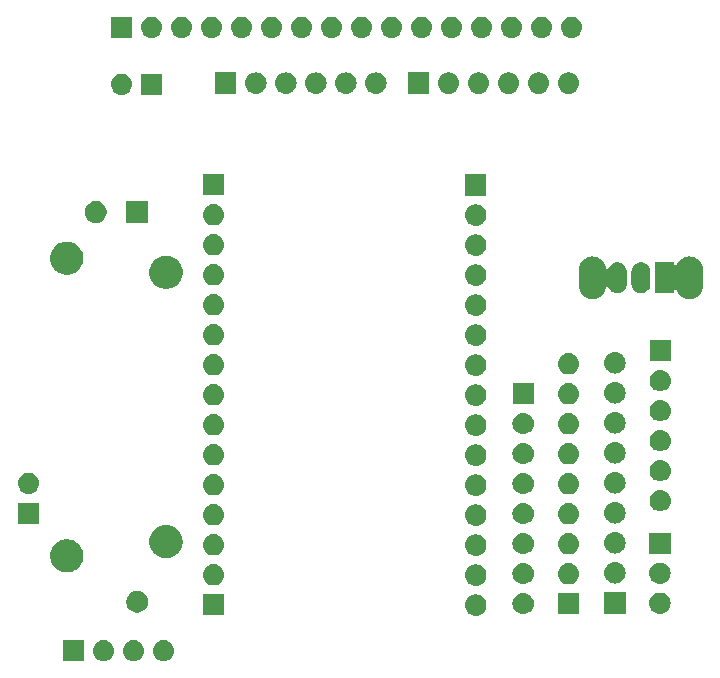
<source format=gbr>
G04 #@! TF.GenerationSoftware,KiCad,Pcbnew,(5.1.0)-1*
G04 #@! TF.CreationDate,2019-05-21T17:29:50+05:30*
G04 #@! TF.ProjectId,Console,436f6e73-6f6c-4652-9e6b-696361645f70,2.0.1*
G04 #@! TF.SameCoordinates,Original*
G04 #@! TF.FileFunction,Soldermask,Bot*
G04 #@! TF.FilePolarity,Negative*
%FSLAX46Y46*%
G04 Gerber Fmt 4.6, Leading zero omitted, Abs format (unit mm)*
G04 Created by KiCad (PCBNEW (5.1.0)-1) date 2019-05-21 17:29:50*
%MOMM*%
%LPD*%
G04 APERTURE LIST*
%ADD10C,0.100000*%
G04 APERTURE END LIST*
D10*
G36*
X64401000Y-86702200D02*
G01*
X62599000Y-86702200D01*
X62599000Y-84900200D01*
X64401000Y-84900200D01*
X64401000Y-86702200D01*
X64401000Y-86702200D01*
G37*
G36*
X68690442Y-84906718D02*
G01*
X68756627Y-84913237D01*
X68926466Y-84964757D01*
X69082991Y-85048422D01*
X69118729Y-85077752D01*
X69220186Y-85161014D01*
X69303448Y-85262471D01*
X69332778Y-85298209D01*
X69416443Y-85454734D01*
X69467963Y-85624573D01*
X69485359Y-85801200D01*
X69467963Y-85977827D01*
X69416443Y-86147666D01*
X69332778Y-86304191D01*
X69303448Y-86339929D01*
X69220186Y-86441386D01*
X69118729Y-86524648D01*
X69082991Y-86553978D01*
X68926466Y-86637643D01*
X68756627Y-86689163D01*
X68690443Y-86695681D01*
X68624260Y-86702200D01*
X68535740Y-86702200D01*
X68469557Y-86695681D01*
X68403373Y-86689163D01*
X68233534Y-86637643D01*
X68077009Y-86553978D01*
X68041271Y-86524648D01*
X67939814Y-86441386D01*
X67856552Y-86339929D01*
X67827222Y-86304191D01*
X67743557Y-86147666D01*
X67692037Y-85977827D01*
X67674641Y-85801200D01*
X67692037Y-85624573D01*
X67743557Y-85454734D01*
X67827222Y-85298209D01*
X67856552Y-85262471D01*
X67939814Y-85161014D01*
X68041271Y-85077752D01*
X68077009Y-85048422D01*
X68233534Y-84964757D01*
X68403373Y-84913237D01*
X68469558Y-84906718D01*
X68535740Y-84900200D01*
X68624260Y-84900200D01*
X68690442Y-84906718D01*
X68690442Y-84906718D01*
G37*
G36*
X71230442Y-84906718D02*
G01*
X71296627Y-84913237D01*
X71466466Y-84964757D01*
X71622991Y-85048422D01*
X71658729Y-85077752D01*
X71760186Y-85161014D01*
X71843448Y-85262471D01*
X71872778Y-85298209D01*
X71956443Y-85454734D01*
X72007963Y-85624573D01*
X72025359Y-85801200D01*
X72007963Y-85977827D01*
X71956443Y-86147666D01*
X71872778Y-86304191D01*
X71843448Y-86339929D01*
X71760186Y-86441386D01*
X71658729Y-86524648D01*
X71622991Y-86553978D01*
X71466466Y-86637643D01*
X71296627Y-86689163D01*
X71230443Y-86695681D01*
X71164260Y-86702200D01*
X71075740Y-86702200D01*
X71009557Y-86695681D01*
X70943373Y-86689163D01*
X70773534Y-86637643D01*
X70617009Y-86553978D01*
X70581271Y-86524648D01*
X70479814Y-86441386D01*
X70396552Y-86339929D01*
X70367222Y-86304191D01*
X70283557Y-86147666D01*
X70232037Y-85977827D01*
X70214641Y-85801200D01*
X70232037Y-85624573D01*
X70283557Y-85454734D01*
X70367222Y-85298209D01*
X70396552Y-85262471D01*
X70479814Y-85161014D01*
X70581271Y-85077752D01*
X70617009Y-85048422D01*
X70773534Y-84964757D01*
X70943373Y-84913237D01*
X71009558Y-84906718D01*
X71075740Y-84900200D01*
X71164260Y-84900200D01*
X71230442Y-84906718D01*
X71230442Y-84906718D01*
G37*
G36*
X66150442Y-84906718D02*
G01*
X66216627Y-84913237D01*
X66386466Y-84964757D01*
X66542991Y-85048422D01*
X66578729Y-85077752D01*
X66680186Y-85161014D01*
X66763448Y-85262471D01*
X66792778Y-85298209D01*
X66876443Y-85454734D01*
X66927963Y-85624573D01*
X66945359Y-85801200D01*
X66927963Y-85977827D01*
X66876443Y-86147666D01*
X66792778Y-86304191D01*
X66763448Y-86339929D01*
X66680186Y-86441386D01*
X66578729Y-86524648D01*
X66542991Y-86553978D01*
X66386466Y-86637643D01*
X66216627Y-86689163D01*
X66150443Y-86695681D01*
X66084260Y-86702200D01*
X65995740Y-86702200D01*
X65929557Y-86695681D01*
X65863373Y-86689163D01*
X65693534Y-86637643D01*
X65537009Y-86553978D01*
X65501271Y-86524648D01*
X65399814Y-86441386D01*
X65316552Y-86339929D01*
X65287222Y-86304191D01*
X65203557Y-86147666D01*
X65152037Y-85977827D01*
X65134641Y-85801200D01*
X65152037Y-85624573D01*
X65203557Y-85454734D01*
X65287222Y-85298209D01*
X65316552Y-85262471D01*
X65399814Y-85161014D01*
X65501271Y-85077752D01*
X65537009Y-85048422D01*
X65693534Y-84964757D01*
X65863373Y-84913237D01*
X65929558Y-84906718D01*
X65995740Y-84900200D01*
X66084260Y-84900200D01*
X66150442Y-84906718D01*
X66150442Y-84906718D01*
G37*
G36*
X97671843Y-81045919D02*
G01*
X97738027Y-81052437D01*
X97907866Y-81103957D01*
X98064391Y-81187622D01*
X98100129Y-81216952D01*
X98201586Y-81300214D01*
X98280437Y-81396296D01*
X98314178Y-81437409D01*
X98397843Y-81593934D01*
X98449363Y-81763773D01*
X98466759Y-81940400D01*
X98449363Y-82117027D01*
X98397843Y-82286866D01*
X98314178Y-82443391D01*
X98305811Y-82453586D01*
X98201586Y-82580586D01*
X98100432Y-82663600D01*
X98064391Y-82693178D01*
X97907866Y-82776843D01*
X97738027Y-82828363D01*
X97671842Y-82834882D01*
X97605660Y-82841400D01*
X97517140Y-82841400D01*
X97450958Y-82834882D01*
X97384773Y-82828363D01*
X97214934Y-82776843D01*
X97058409Y-82693178D01*
X97022368Y-82663600D01*
X96921214Y-82580586D01*
X96816989Y-82453586D01*
X96808622Y-82443391D01*
X96724957Y-82286866D01*
X96673437Y-82117027D01*
X96656041Y-81940400D01*
X96673437Y-81763773D01*
X96724957Y-81593934D01*
X96808622Y-81437409D01*
X96842363Y-81396296D01*
X96921214Y-81300214D01*
X97022671Y-81216952D01*
X97058409Y-81187622D01*
X97214934Y-81103957D01*
X97384773Y-81052437D01*
X97450957Y-81045919D01*
X97517140Y-81039400D01*
X97605660Y-81039400D01*
X97671843Y-81045919D01*
X97671843Y-81045919D01*
G37*
G36*
X76262800Y-81864600D02*
G01*
X76263402Y-81876852D01*
X76267159Y-81915000D01*
X76263402Y-81953148D01*
X76262800Y-81965400D01*
X76262800Y-82816000D01*
X74460800Y-82816000D01*
X74460800Y-81965400D01*
X74460198Y-81953148D01*
X74456441Y-81915000D01*
X74460198Y-81876852D01*
X74460800Y-81864600D01*
X74460800Y-81014000D01*
X76262800Y-81014000D01*
X76262800Y-81864600D01*
X76262800Y-81864600D01*
G37*
G36*
X106311000Y-82739800D02*
G01*
X104509000Y-82739800D01*
X104509000Y-80937800D01*
X106311000Y-80937800D01*
X106311000Y-82739800D01*
X106311000Y-82739800D01*
G37*
G36*
X101685043Y-80918919D02*
G01*
X101751227Y-80925437D01*
X101921066Y-80976957D01*
X102077591Y-81060622D01*
X102113329Y-81089952D01*
X102214786Y-81173214D01*
X102259562Y-81227775D01*
X102327378Y-81310409D01*
X102411043Y-81466934D01*
X102462563Y-81636773D01*
X102479959Y-81813400D01*
X102462563Y-81990027D01*
X102411043Y-82159866D01*
X102327378Y-82316391D01*
X102298048Y-82352129D01*
X102214786Y-82453586D01*
X102113329Y-82536848D01*
X102077591Y-82566178D01*
X101921066Y-82649843D01*
X101751227Y-82701363D01*
X101685043Y-82707881D01*
X101618860Y-82714400D01*
X101530340Y-82714400D01*
X101464157Y-82707881D01*
X101397973Y-82701363D01*
X101228134Y-82649843D01*
X101071609Y-82566178D01*
X101035871Y-82536848D01*
X100934414Y-82453586D01*
X100851152Y-82352129D01*
X100821822Y-82316391D01*
X100738157Y-82159866D01*
X100686637Y-81990027D01*
X100669241Y-81813400D01*
X100686637Y-81636773D01*
X100738157Y-81466934D01*
X100821822Y-81310409D01*
X100889638Y-81227775D01*
X100934414Y-81173214D01*
X101035871Y-81089952D01*
X101071609Y-81060622D01*
X101228134Y-80976957D01*
X101397973Y-80925437D01*
X101464157Y-80918919D01*
X101530340Y-80912400D01*
X101618860Y-80912400D01*
X101685043Y-80918919D01*
X101685043Y-80918919D01*
G37*
G36*
X113267442Y-80893518D02*
G01*
X113333627Y-80900037D01*
X113503466Y-80951557D01*
X113659991Y-81035222D01*
X113690941Y-81060622D01*
X113797186Y-81147814D01*
X113862807Y-81227775D01*
X113909778Y-81285009D01*
X113993443Y-81441534D01*
X114044963Y-81611373D01*
X114062359Y-81788000D01*
X114044963Y-81964627D01*
X113993443Y-82134466D01*
X113909778Y-82290991D01*
X113880448Y-82326729D01*
X113797186Y-82428186D01*
X113725506Y-82487011D01*
X113659991Y-82540778D01*
X113503466Y-82624443D01*
X113333627Y-82675963D01*
X113267442Y-82682482D01*
X113201260Y-82689000D01*
X113112740Y-82689000D01*
X113046558Y-82682482D01*
X112980373Y-82675963D01*
X112810534Y-82624443D01*
X112654009Y-82540778D01*
X112588494Y-82487011D01*
X112516814Y-82428186D01*
X112433552Y-82326729D01*
X112404222Y-82290991D01*
X112320557Y-82134466D01*
X112269037Y-81964627D01*
X112251641Y-81788000D01*
X112269037Y-81611373D01*
X112320557Y-81441534D01*
X112404222Y-81285009D01*
X112451193Y-81227775D01*
X112516814Y-81147814D01*
X112623059Y-81060622D01*
X112654009Y-81035222D01*
X112810534Y-80951557D01*
X112980373Y-80900037D01*
X113046558Y-80893518D01*
X113112740Y-80887000D01*
X113201260Y-80887000D01*
X113267442Y-80893518D01*
X113267442Y-80893518D01*
G37*
G36*
X110248000Y-82663600D02*
G01*
X108446000Y-82663600D01*
X108446000Y-80861600D01*
X110248000Y-80861600D01*
X110248000Y-82663600D01*
X110248000Y-82663600D01*
G37*
G36*
X69154904Y-80775985D02*
G01*
X69323426Y-80845789D01*
X69475091Y-80947128D01*
X69604072Y-81076109D01*
X69705411Y-81227774D01*
X69775215Y-81396296D01*
X69810800Y-81575197D01*
X69810800Y-81757603D01*
X69775215Y-81936504D01*
X69705411Y-82105026D01*
X69604072Y-82256691D01*
X69475091Y-82385672D01*
X69323426Y-82487011D01*
X69154904Y-82556815D01*
X68976003Y-82592400D01*
X68793597Y-82592400D01*
X68614696Y-82556815D01*
X68446174Y-82487011D01*
X68294509Y-82385672D01*
X68165528Y-82256691D01*
X68064189Y-82105026D01*
X67994385Y-81936504D01*
X67958800Y-81757603D01*
X67958800Y-81575197D01*
X67994385Y-81396296D01*
X68064189Y-81227774D01*
X68165528Y-81076109D01*
X68294509Y-80947128D01*
X68446174Y-80845789D01*
X68614696Y-80775985D01*
X68793597Y-80740400D01*
X68976003Y-80740400D01*
X69154904Y-80775985D01*
X69154904Y-80775985D01*
G37*
G36*
X97671842Y-78505918D02*
G01*
X97738027Y-78512437D01*
X97907866Y-78563957D01*
X98064391Y-78647622D01*
X98078846Y-78659485D01*
X98201586Y-78760214D01*
X98279068Y-78854628D01*
X98314178Y-78897409D01*
X98397843Y-79053934D01*
X98449363Y-79223773D01*
X98466759Y-79400400D01*
X98449363Y-79577027D01*
X98397843Y-79746866D01*
X98314178Y-79903391D01*
X98305811Y-79913586D01*
X98201586Y-80040586D01*
X98100432Y-80123600D01*
X98064391Y-80153178D01*
X97907866Y-80236843D01*
X97738027Y-80288363D01*
X97671843Y-80294881D01*
X97605660Y-80301400D01*
X97517140Y-80301400D01*
X97450957Y-80294881D01*
X97384773Y-80288363D01*
X97214934Y-80236843D01*
X97058409Y-80153178D01*
X97022368Y-80123600D01*
X96921214Y-80040586D01*
X96816989Y-79913586D01*
X96808622Y-79903391D01*
X96724957Y-79746866D01*
X96673437Y-79577027D01*
X96656041Y-79400400D01*
X96673437Y-79223773D01*
X96724957Y-79053934D01*
X96808622Y-78897409D01*
X96843732Y-78854628D01*
X96921214Y-78760214D01*
X97043954Y-78659485D01*
X97058409Y-78647622D01*
X97214934Y-78563957D01*
X97384773Y-78512437D01*
X97450958Y-78505918D01*
X97517140Y-78499400D01*
X97605660Y-78499400D01*
X97671842Y-78505918D01*
X97671842Y-78505918D01*
G37*
G36*
X75472242Y-78480518D02*
G01*
X75538427Y-78487037D01*
X75708266Y-78538557D01*
X75864791Y-78622222D01*
X75895741Y-78647622D01*
X76001986Y-78734814D01*
X76085248Y-78836271D01*
X76114578Y-78872009D01*
X76198243Y-79028534D01*
X76249763Y-79198373D01*
X76267159Y-79375000D01*
X76249763Y-79551627D01*
X76198243Y-79721466D01*
X76114578Y-79877991D01*
X76085367Y-79913585D01*
X76001986Y-80015186D01*
X75900529Y-80098448D01*
X75864791Y-80127778D01*
X75708266Y-80211443D01*
X75538427Y-80262963D01*
X75472242Y-80269482D01*
X75406060Y-80276000D01*
X75317540Y-80276000D01*
X75251358Y-80269482D01*
X75185173Y-80262963D01*
X75015334Y-80211443D01*
X74858809Y-80127778D01*
X74823071Y-80098448D01*
X74721614Y-80015186D01*
X74638233Y-79913585D01*
X74609022Y-79877991D01*
X74525357Y-79721466D01*
X74473837Y-79551627D01*
X74456441Y-79375000D01*
X74473837Y-79198373D01*
X74525357Y-79028534D01*
X74609022Y-78872009D01*
X74638352Y-78836271D01*
X74721614Y-78734814D01*
X74827859Y-78647622D01*
X74858809Y-78622222D01*
X75015334Y-78538557D01*
X75185173Y-78487037D01*
X75251358Y-78480518D01*
X75317540Y-78474000D01*
X75406060Y-78474000D01*
X75472242Y-78480518D01*
X75472242Y-78480518D01*
G37*
G36*
X105520443Y-78404319D02*
G01*
X105586627Y-78410837D01*
X105756466Y-78462357D01*
X105912991Y-78546022D01*
X105934846Y-78563958D01*
X106050186Y-78658614D01*
X106121087Y-78745009D01*
X106162778Y-78795809D01*
X106246443Y-78952334D01*
X106297963Y-79122173D01*
X106315359Y-79298800D01*
X106297963Y-79475427D01*
X106246443Y-79645266D01*
X106162778Y-79801791D01*
X106133448Y-79837529D01*
X106050186Y-79938986D01*
X105948729Y-80022248D01*
X105912991Y-80051578D01*
X105756466Y-80135243D01*
X105586627Y-80186763D01*
X105520442Y-80193282D01*
X105454260Y-80199800D01*
X105365740Y-80199800D01*
X105299558Y-80193282D01*
X105233373Y-80186763D01*
X105063534Y-80135243D01*
X104907009Y-80051578D01*
X104871271Y-80022248D01*
X104769814Y-79938986D01*
X104686552Y-79837529D01*
X104657222Y-79801791D01*
X104573557Y-79645266D01*
X104522037Y-79475427D01*
X104504641Y-79298800D01*
X104522037Y-79122173D01*
X104573557Y-78952334D01*
X104657222Y-78795809D01*
X104698913Y-78745009D01*
X104769814Y-78658614D01*
X104885154Y-78563958D01*
X104907009Y-78546022D01*
X105063534Y-78462357D01*
X105233373Y-78410837D01*
X105299557Y-78404319D01*
X105365740Y-78397800D01*
X105454260Y-78397800D01*
X105520443Y-78404319D01*
X105520443Y-78404319D01*
G37*
G36*
X101685043Y-78378919D02*
G01*
X101751227Y-78385437D01*
X101921066Y-78436957D01*
X102077591Y-78520622D01*
X102108541Y-78546022D01*
X102214786Y-78633214D01*
X102285687Y-78719609D01*
X102327378Y-78770409D01*
X102411043Y-78926934D01*
X102462563Y-79096773D01*
X102479959Y-79273400D01*
X102462563Y-79450027D01*
X102411043Y-79619866D01*
X102327378Y-79776391D01*
X102298048Y-79812129D01*
X102214786Y-79913586D01*
X102113329Y-79996848D01*
X102077591Y-80026178D01*
X101921066Y-80109843D01*
X101751227Y-80161363D01*
X101685042Y-80167882D01*
X101618860Y-80174400D01*
X101530340Y-80174400D01*
X101464158Y-80167882D01*
X101397973Y-80161363D01*
X101228134Y-80109843D01*
X101071609Y-80026178D01*
X101035871Y-79996848D01*
X100934414Y-79913586D01*
X100851152Y-79812129D01*
X100821822Y-79776391D01*
X100738157Y-79619866D01*
X100686637Y-79450027D01*
X100669241Y-79273400D01*
X100686637Y-79096773D01*
X100738157Y-78926934D01*
X100821822Y-78770409D01*
X100863513Y-78719609D01*
X100934414Y-78633214D01*
X101040659Y-78546022D01*
X101071609Y-78520622D01*
X101228134Y-78436957D01*
X101397973Y-78385437D01*
X101464157Y-78378919D01*
X101530340Y-78372400D01*
X101618860Y-78372400D01*
X101685043Y-78378919D01*
X101685043Y-78378919D01*
G37*
G36*
X113267443Y-78353519D02*
G01*
X113333627Y-78360037D01*
X113503466Y-78411557D01*
X113503468Y-78411558D01*
X113538011Y-78430022D01*
X113659991Y-78495222D01*
X113690941Y-78520622D01*
X113797186Y-78607814D01*
X113839591Y-78659486D01*
X113909778Y-78745009D01*
X113993443Y-78901534D01*
X114044963Y-79071373D01*
X114062359Y-79248000D01*
X114044963Y-79424627D01*
X113993443Y-79594466D01*
X113909778Y-79750991D01*
X113880448Y-79786729D01*
X113797186Y-79888186D01*
X113695729Y-79971448D01*
X113659991Y-80000778D01*
X113503466Y-80084443D01*
X113333627Y-80135963D01*
X113267443Y-80142481D01*
X113201260Y-80149000D01*
X113112740Y-80149000D01*
X113046557Y-80142481D01*
X112980373Y-80135963D01*
X112810534Y-80084443D01*
X112654009Y-80000778D01*
X112618271Y-79971448D01*
X112516814Y-79888186D01*
X112433552Y-79786729D01*
X112404222Y-79750991D01*
X112320557Y-79594466D01*
X112269037Y-79424627D01*
X112251641Y-79248000D01*
X112269037Y-79071373D01*
X112320557Y-78901534D01*
X112404222Y-78745009D01*
X112474409Y-78659486D01*
X112516814Y-78607814D01*
X112623059Y-78520622D01*
X112654009Y-78495222D01*
X112775989Y-78430022D01*
X112810532Y-78411558D01*
X112810534Y-78411557D01*
X112980373Y-78360037D01*
X113046557Y-78353519D01*
X113112740Y-78347000D01*
X113201260Y-78347000D01*
X113267443Y-78353519D01*
X113267443Y-78353519D01*
G37*
G36*
X109457442Y-78328118D02*
G01*
X109523627Y-78334637D01*
X109693466Y-78386157D01*
X109849991Y-78469822D01*
X109880941Y-78495222D01*
X109987186Y-78582414D01*
X110050436Y-78659486D01*
X110099778Y-78719609D01*
X110183443Y-78876134D01*
X110234963Y-79045973D01*
X110252359Y-79222600D01*
X110234963Y-79399227D01*
X110183443Y-79569066D01*
X110099778Y-79725591D01*
X110070448Y-79761329D01*
X109987186Y-79862786D01*
X109885729Y-79946048D01*
X109849991Y-79975378D01*
X109693466Y-80059043D01*
X109523627Y-80110563D01*
X109457442Y-80117082D01*
X109391260Y-80123600D01*
X109302740Y-80123600D01*
X109236558Y-80117082D01*
X109170373Y-80110563D01*
X109000534Y-80059043D01*
X108844009Y-79975378D01*
X108808271Y-79946048D01*
X108706814Y-79862786D01*
X108623552Y-79761329D01*
X108594222Y-79725591D01*
X108510557Y-79569066D01*
X108459037Y-79399227D01*
X108441641Y-79222600D01*
X108459037Y-79045973D01*
X108510557Y-78876134D01*
X108594222Y-78719609D01*
X108643564Y-78659486D01*
X108706814Y-78582414D01*
X108813059Y-78495222D01*
X108844009Y-78469822D01*
X109000534Y-78386157D01*
X109170373Y-78334637D01*
X109236558Y-78328118D01*
X109302740Y-78321600D01*
X109391260Y-78321600D01*
X109457442Y-78328118D01*
X109457442Y-78328118D01*
G37*
G36*
X63253233Y-76401293D02*
G01*
X63343457Y-76419239D01*
X63449067Y-76462985D01*
X63598421Y-76524849D01*
X63674563Y-76575725D01*
X63827886Y-76678172D01*
X64023028Y-76873314D01*
X64064529Y-76935425D01*
X64176351Y-77102779D01*
X64208944Y-77181466D01*
X64273779Y-77337989D01*
X64281961Y-77357744D01*
X64335800Y-77628412D01*
X64335800Y-77904388D01*
X64281961Y-78175056D01*
X64176351Y-78430021D01*
X64171716Y-78436958D01*
X64023028Y-78659486D01*
X63827886Y-78854628D01*
X63681661Y-78952332D01*
X63598421Y-79007951D01*
X63487413Y-79053932D01*
X63343457Y-79113561D01*
X63253233Y-79131507D01*
X63072788Y-79167400D01*
X62796812Y-79167400D01*
X62616367Y-79131507D01*
X62526143Y-79113561D01*
X62382187Y-79053932D01*
X62271179Y-79007951D01*
X62187939Y-78952332D01*
X62041714Y-78854628D01*
X61846572Y-78659486D01*
X61697884Y-78436958D01*
X61693249Y-78430021D01*
X61587639Y-78175056D01*
X61533800Y-77904388D01*
X61533800Y-77628412D01*
X61587639Y-77357744D01*
X61595822Y-77337989D01*
X61660656Y-77181466D01*
X61693249Y-77102779D01*
X61805071Y-76935425D01*
X61846572Y-76873314D01*
X62041714Y-76678172D01*
X62195037Y-76575725D01*
X62271179Y-76524849D01*
X62420533Y-76462985D01*
X62526143Y-76419239D01*
X62616367Y-76401293D01*
X62796812Y-76365400D01*
X63072788Y-76365400D01*
X63253233Y-76401293D01*
X63253233Y-76401293D01*
G37*
G36*
X71626625Y-75196000D02*
G01*
X71743457Y-75219239D01*
X71849067Y-75262985D01*
X71998421Y-75324849D01*
X71998422Y-75324850D01*
X72227886Y-75478172D01*
X72423028Y-75673314D01*
X72525475Y-75826637D01*
X72576351Y-75902779D01*
X72626545Y-76023958D01*
X72661200Y-76107621D01*
X72681961Y-76157744D01*
X72732602Y-76412332D01*
X72735800Y-76428414D01*
X72735800Y-76704386D01*
X72681961Y-76975057D01*
X72656293Y-77037025D01*
X72576351Y-77230021D01*
X72555124Y-77261789D01*
X72423028Y-77459486D01*
X72227886Y-77654628D01*
X72106103Y-77736000D01*
X71998421Y-77807951D01*
X71849067Y-77869815D01*
X71743457Y-77913561D01*
X71653233Y-77931507D01*
X71472788Y-77967400D01*
X71196812Y-77967400D01*
X71016367Y-77931507D01*
X70926143Y-77913561D01*
X70820533Y-77869815D01*
X70671179Y-77807951D01*
X70563497Y-77736000D01*
X70441714Y-77654628D01*
X70246572Y-77459486D01*
X70114476Y-77261789D01*
X70093249Y-77230021D01*
X70013307Y-77037025D01*
X69987639Y-76975057D01*
X69933800Y-76704386D01*
X69933800Y-76428414D01*
X69936999Y-76412332D01*
X69987639Y-76157744D01*
X70008401Y-76107621D01*
X70043055Y-76023958D01*
X70093249Y-75902779D01*
X70144125Y-75826637D01*
X70246572Y-75673314D01*
X70441714Y-75478172D01*
X70671178Y-75324850D01*
X70671179Y-75324849D01*
X70820533Y-75262985D01*
X70926143Y-75219239D01*
X71042975Y-75196000D01*
X71196812Y-75165400D01*
X71472788Y-75165400D01*
X71626625Y-75196000D01*
X71626625Y-75196000D01*
G37*
G36*
X97671843Y-75965919D02*
G01*
X97738027Y-75972437D01*
X97907866Y-76023957D01*
X98064391Y-76107622D01*
X98100129Y-76136952D01*
X98201586Y-76220214D01*
X98284848Y-76321671D01*
X98314178Y-76357409D01*
X98397843Y-76513934D01*
X98449363Y-76683773D01*
X98466759Y-76860400D01*
X98449363Y-77037027D01*
X98397843Y-77206866D01*
X98314178Y-77363391D01*
X98305811Y-77373586D01*
X98201586Y-77500586D01*
X98100432Y-77583600D01*
X98064391Y-77613178D01*
X97907866Y-77696843D01*
X97738027Y-77748363D01*
X97671842Y-77754882D01*
X97605660Y-77761400D01*
X97517140Y-77761400D01*
X97450958Y-77754882D01*
X97384773Y-77748363D01*
X97214934Y-77696843D01*
X97058409Y-77613178D01*
X97022368Y-77583600D01*
X96921214Y-77500586D01*
X96816989Y-77373586D01*
X96808622Y-77363391D01*
X96724957Y-77206866D01*
X96673437Y-77037027D01*
X96656041Y-76860400D01*
X96673437Y-76683773D01*
X96724957Y-76513934D01*
X96808622Y-76357409D01*
X96837952Y-76321671D01*
X96921214Y-76220214D01*
X97022671Y-76136952D01*
X97058409Y-76107622D01*
X97214934Y-76023957D01*
X97384773Y-75972437D01*
X97450957Y-75965919D01*
X97517140Y-75959400D01*
X97605660Y-75959400D01*
X97671843Y-75965919D01*
X97671843Y-75965919D01*
G37*
G36*
X75472242Y-75940518D02*
G01*
X75538427Y-75947037D01*
X75708266Y-75998557D01*
X75864791Y-76082222D01*
X75895741Y-76107622D01*
X76001986Y-76194814D01*
X76085248Y-76296271D01*
X76114578Y-76332009D01*
X76198243Y-76488534D01*
X76249763Y-76658373D01*
X76267159Y-76835000D01*
X76249763Y-77011627D01*
X76198243Y-77181466D01*
X76114578Y-77337991D01*
X76085367Y-77373585D01*
X76001986Y-77475186D01*
X75900529Y-77558448D01*
X75864791Y-77587778D01*
X75708266Y-77671443D01*
X75538427Y-77722963D01*
X75472243Y-77729481D01*
X75406060Y-77736000D01*
X75317540Y-77736000D01*
X75251357Y-77729481D01*
X75185173Y-77722963D01*
X75015334Y-77671443D01*
X74858809Y-77587778D01*
X74823071Y-77558448D01*
X74721614Y-77475186D01*
X74638233Y-77373585D01*
X74609022Y-77337991D01*
X74525357Y-77181466D01*
X74473837Y-77011627D01*
X74456441Y-76835000D01*
X74473837Y-76658373D01*
X74525357Y-76488534D01*
X74609022Y-76332009D01*
X74638352Y-76296271D01*
X74721614Y-76194814D01*
X74827859Y-76107622D01*
X74858809Y-76082222D01*
X75015334Y-75998557D01*
X75185173Y-75947037D01*
X75251358Y-75940518D01*
X75317540Y-75934000D01*
X75406060Y-75934000D01*
X75472242Y-75940518D01*
X75472242Y-75940518D01*
G37*
G36*
X105520442Y-75864318D02*
G01*
X105586627Y-75870837D01*
X105756466Y-75922357D01*
X105912991Y-76006022D01*
X105934846Y-76023958D01*
X106050186Y-76118614D01*
X106133448Y-76220071D01*
X106162778Y-76255809D01*
X106246443Y-76412334D01*
X106297963Y-76582173D01*
X106315359Y-76758800D01*
X106297963Y-76935427D01*
X106246443Y-77105266D01*
X106162778Y-77261791D01*
X106133448Y-77297529D01*
X106050186Y-77398986D01*
X105948729Y-77482248D01*
X105912991Y-77511578D01*
X105756466Y-77595243D01*
X105586627Y-77646763D01*
X105520443Y-77653281D01*
X105454260Y-77659800D01*
X105365740Y-77659800D01*
X105299557Y-77653281D01*
X105233373Y-77646763D01*
X105063534Y-77595243D01*
X104907009Y-77511578D01*
X104871271Y-77482248D01*
X104769814Y-77398986D01*
X104686552Y-77297529D01*
X104657222Y-77261791D01*
X104573557Y-77105266D01*
X104522037Y-76935427D01*
X104504641Y-76758800D01*
X104522037Y-76582173D01*
X104573557Y-76412334D01*
X104657222Y-76255809D01*
X104686552Y-76220071D01*
X104769814Y-76118614D01*
X104885154Y-76023958D01*
X104907009Y-76006022D01*
X105063534Y-75922357D01*
X105233373Y-75870837D01*
X105299558Y-75864318D01*
X105365740Y-75857800D01*
X105454260Y-75857800D01*
X105520442Y-75864318D01*
X105520442Y-75864318D01*
G37*
G36*
X101685042Y-75838918D02*
G01*
X101751227Y-75845437D01*
X101921066Y-75896957D01*
X102077591Y-75980622D01*
X102108541Y-76006022D01*
X102214786Y-76093214D01*
X102285687Y-76179609D01*
X102327378Y-76230409D01*
X102411043Y-76386934D01*
X102462563Y-76556773D01*
X102479959Y-76733400D01*
X102462563Y-76910027D01*
X102411043Y-77079866D01*
X102327378Y-77236391D01*
X102298048Y-77272129D01*
X102214786Y-77373586D01*
X102113329Y-77456848D01*
X102077591Y-77486178D01*
X101921066Y-77569843D01*
X101751227Y-77621363D01*
X101685043Y-77627881D01*
X101618860Y-77634400D01*
X101530340Y-77634400D01*
X101464157Y-77627881D01*
X101397973Y-77621363D01*
X101228134Y-77569843D01*
X101071609Y-77486178D01*
X101035871Y-77456848D01*
X100934414Y-77373586D01*
X100851152Y-77272129D01*
X100821822Y-77236391D01*
X100738157Y-77079866D01*
X100686637Y-76910027D01*
X100669241Y-76733400D01*
X100686637Y-76556773D01*
X100738157Y-76386934D01*
X100821822Y-76230409D01*
X100863513Y-76179609D01*
X100934414Y-76093214D01*
X101040659Y-76006022D01*
X101071609Y-75980622D01*
X101228134Y-75896957D01*
X101397973Y-75845437D01*
X101464158Y-75838918D01*
X101530340Y-75832400D01*
X101618860Y-75832400D01*
X101685042Y-75838918D01*
X101685042Y-75838918D01*
G37*
G36*
X114058000Y-77609000D02*
G01*
X112256000Y-77609000D01*
X112256000Y-75807000D01*
X114058000Y-75807000D01*
X114058000Y-77609000D01*
X114058000Y-77609000D01*
G37*
G36*
X109457443Y-75788119D02*
G01*
X109523627Y-75794637D01*
X109693466Y-75846157D01*
X109849991Y-75929822D01*
X109870967Y-75947037D01*
X109987186Y-76042414D01*
X110070448Y-76143871D01*
X110099778Y-76179609D01*
X110183443Y-76336134D01*
X110234963Y-76505973D01*
X110252359Y-76682600D01*
X110234963Y-76859227D01*
X110183443Y-77029066D01*
X110099778Y-77185591D01*
X110082318Y-77206866D01*
X109987186Y-77322786D01*
X109885729Y-77406048D01*
X109849991Y-77435378D01*
X109693466Y-77519043D01*
X109523627Y-77570563D01*
X109457442Y-77577082D01*
X109391260Y-77583600D01*
X109302740Y-77583600D01*
X109236558Y-77577082D01*
X109170373Y-77570563D01*
X109000534Y-77519043D01*
X108844009Y-77435378D01*
X108808271Y-77406048D01*
X108706814Y-77322786D01*
X108611682Y-77206866D01*
X108594222Y-77185591D01*
X108510557Y-77029066D01*
X108459037Y-76859227D01*
X108441641Y-76682600D01*
X108459037Y-76505973D01*
X108510557Y-76336134D01*
X108594222Y-76179609D01*
X108623552Y-76143871D01*
X108706814Y-76042414D01*
X108823033Y-75947037D01*
X108844009Y-75929822D01*
X109000534Y-75846157D01*
X109170373Y-75794637D01*
X109236557Y-75788119D01*
X109302740Y-75781600D01*
X109391260Y-75781600D01*
X109457443Y-75788119D01*
X109457443Y-75788119D01*
G37*
G36*
X97671842Y-73425918D02*
G01*
X97738027Y-73432437D01*
X97907866Y-73483957D01*
X98064391Y-73567622D01*
X98100129Y-73596952D01*
X98201586Y-73680214D01*
X98284848Y-73781671D01*
X98314178Y-73817409D01*
X98397843Y-73973934D01*
X98449363Y-74143773D01*
X98466759Y-74320400D01*
X98449363Y-74497027D01*
X98397843Y-74666866D01*
X98314178Y-74823391D01*
X98305811Y-74833586D01*
X98201586Y-74960586D01*
X98100432Y-75043600D01*
X98064391Y-75073178D01*
X97907866Y-75156843D01*
X97738027Y-75208363D01*
X97671842Y-75214882D01*
X97605660Y-75221400D01*
X97517140Y-75221400D01*
X97450958Y-75214882D01*
X97384773Y-75208363D01*
X97214934Y-75156843D01*
X97058409Y-75073178D01*
X97022368Y-75043600D01*
X96921214Y-74960586D01*
X96816989Y-74833586D01*
X96808622Y-74823391D01*
X96724957Y-74666866D01*
X96673437Y-74497027D01*
X96656041Y-74320400D01*
X96673437Y-74143773D01*
X96724957Y-73973934D01*
X96808622Y-73817409D01*
X96837952Y-73781671D01*
X96921214Y-73680214D01*
X97022671Y-73596952D01*
X97058409Y-73567622D01*
X97214934Y-73483957D01*
X97384773Y-73432437D01*
X97450958Y-73425918D01*
X97517140Y-73419400D01*
X97605660Y-73419400D01*
X97671842Y-73425918D01*
X97671842Y-73425918D01*
G37*
G36*
X75472243Y-73400519D02*
G01*
X75538427Y-73407037D01*
X75708266Y-73458557D01*
X75864791Y-73542222D01*
X75895741Y-73567622D01*
X76001986Y-73654814D01*
X76085248Y-73756271D01*
X76114578Y-73792009D01*
X76198243Y-73948534D01*
X76249763Y-74118373D01*
X76267159Y-74295000D01*
X76249763Y-74471627D01*
X76198243Y-74641466D01*
X76114578Y-74797991D01*
X76085367Y-74833585D01*
X76001986Y-74935186D01*
X75900529Y-75018448D01*
X75864791Y-75047778D01*
X75708266Y-75131443D01*
X75538427Y-75182963D01*
X75472242Y-75189482D01*
X75406060Y-75196000D01*
X75317540Y-75196000D01*
X75251358Y-75189482D01*
X75185173Y-75182963D01*
X75015334Y-75131443D01*
X74858809Y-75047778D01*
X74823071Y-75018448D01*
X74721614Y-74935186D01*
X74638233Y-74833585D01*
X74609022Y-74797991D01*
X74525357Y-74641466D01*
X74473837Y-74471627D01*
X74456441Y-74295000D01*
X74473837Y-74118373D01*
X74525357Y-73948534D01*
X74609022Y-73792009D01*
X74638352Y-73756271D01*
X74721614Y-73654814D01*
X74827859Y-73567622D01*
X74858809Y-73542222D01*
X75015334Y-73458557D01*
X75185173Y-73407037D01*
X75251357Y-73400519D01*
X75317540Y-73394000D01*
X75406060Y-73394000D01*
X75472243Y-73400519D01*
X75472243Y-73400519D01*
G37*
G36*
X105520443Y-73324319D02*
G01*
X105586627Y-73330837D01*
X105756466Y-73382357D01*
X105912991Y-73466022D01*
X105934846Y-73483958D01*
X106050186Y-73578614D01*
X106133448Y-73680071D01*
X106162778Y-73715809D01*
X106246443Y-73872334D01*
X106297963Y-74042173D01*
X106315359Y-74218800D01*
X106297963Y-74395427D01*
X106246443Y-74565266D01*
X106162778Y-74721791D01*
X106133448Y-74757529D01*
X106050186Y-74858986D01*
X105948729Y-74942248D01*
X105912991Y-74971578D01*
X105756466Y-75055243D01*
X105586627Y-75106763D01*
X105520443Y-75113281D01*
X105454260Y-75119800D01*
X105365740Y-75119800D01*
X105299557Y-75113281D01*
X105233373Y-75106763D01*
X105063534Y-75055243D01*
X104907009Y-74971578D01*
X104871271Y-74942248D01*
X104769814Y-74858986D01*
X104686552Y-74757529D01*
X104657222Y-74721791D01*
X104573557Y-74565266D01*
X104522037Y-74395427D01*
X104504641Y-74218800D01*
X104522037Y-74042173D01*
X104573557Y-73872334D01*
X104657222Y-73715809D01*
X104686552Y-73680071D01*
X104769814Y-73578614D01*
X104885154Y-73483958D01*
X104907009Y-73466022D01*
X105063534Y-73382357D01*
X105233373Y-73330837D01*
X105299557Y-73324319D01*
X105365740Y-73317800D01*
X105454260Y-73317800D01*
X105520443Y-73324319D01*
X105520443Y-73324319D01*
G37*
G36*
X101685042Y-73298918D02*
G01*
X101751227Y-73305437D01*
X101921066Y-73356957D01*
X102077591Y-73440622D01*
X102108541Y-73466022D01*
X102214786Y-73553214D01*
X102285687Y-73639609D01*
X102327378Y-73690409D01*
X102411043Y-73846934D01*
X102462563Y-74016773D01*
X102479959Y-74193400D01*
X102462563Y-74370027D01*
X102411043Y-74539866D01*
X102327378Y-74696391D01*
X102298048Y-74732129D01*
X102214786Y-74833586D01*
X102113329Y-74916848D01*
X102077591Y-74946178D01*
X101921066Y-75029843D01*
X101751227Y-75081363D01*
X101685042Y-75087882D01*
X101618860Y-75094400D01*
X101530340Y-75094400D01*
X101464158Y-75087882D01*
X101397973Y-75081363D01*
X101228134Y-75029843D01*
X101071609Y-74946178D01*
X101035871Y-74916848D01*
X100934414Y-74833586D01*
X100851152Y-74732129D01*
X100821822Y-74696391D01*
X100738157Y-74539866D01*
X100686637Y-74370027D01*
X100669241Y-74193400D01*
X100686637Y-74016773D01*
X100738157Y-73846934D01*
X100821822Y-73690409D01*
X100863513Y-73639609D01*
X100934414Y-73553214D01*
X101040659Y-73466022D01*
X101071609Y-73440622D01*
X101228134Y-73356957D01*
X101397973Y-73305437D01*
X101464158Y-73298918D01*
X101530340Y-73292400D01*
X101618860Y-73292400D01*
X101685042Y-73298918D01*
X101685042Y-73298918D01*
G37*
G36*
X60591000Y-75069000D02*
G01*
X58789000Y-75069000D01*
X58789000Y-73267000D01*
X60591000Y-73267000D01*
X60591000Y-75069000D01*
X60591000Y-75069000D01*
G37*
G36*
X109457442Y-73248118D02*
G01*
X109523627Y-73254637D01*
X109693466Y-73306157D01*
X109849991Y-73389822D01*
X109870967Y-73407037D01*
X109987186Y-73502414D01*
X110070448Y-73603871D01*
X110099778Y-73639609D01*
X110183443Y-73796134D01*
X110234963Y-73965973D01*
X110252359Y-74142600D01*
X110234963Y-74319227D01*
X110183443Y-74489066D01*
X110099778Y-74645591D01*
X110082318Y-74666866D01*
X109987186Y-74782786D01*
X109885729Y-74866048D01*
X109849991Y-74895378D01*
X109693466Y-74979043D01*
X109523627Y-75030563D01*
X109457443Y-75037081D01*
X109391260Y-75043600D01*
X109302740Y-75043600D01*
X109236557Y-75037081D01*
X109170373Y-75030563D01*
X109000534Y-74979043D01*
X108844009Y-74895378D01*
X108808271Y-74866048D01*
X108706814Y-74782786D01*
X108611682Y-74666866D01*
X108594222Y-74645591D01*
X108510557Y-74489066D01*
X108459037Y-74319227D01*
X108441641Y-74142600D01*
X108459037Y-73965973D01*
X108510557Y-73796134D01*
X108594222Y-73639609D01*
X108623552Y-73603871D01*
X108706814Y-73502414D01*
X108823033Y-73407037D01*
X108844009Y-73389822D01*
X109000534Y-73306157D01*
X109170373Y-73254637D01*
X109236558Y-73248118D01*
X109302740Y-73241600D01*
X109391260Y-73241600D01*
X109457442Y-73248118D01*
X109457442Y-73248118D01*
G37*
G36*
X113292842Y-72206718D02*
G01*
X113359027Y-72213237D01*
X113528866Y-72264757D01*
X113528868Y-72264758D01*
X113582799Y-72293585D01*
X113685391Y-72348422D01*
X113721129Y-72377752D01*
X113822586Y-72461014D01*
X113899225Y-72554400D01*
X113935178Y-72598209D01*
X114018843Y-72754734D01*
X114070363Y-72924573D01*
X114087759Y-73101200D01*
X114070363Y-73277827D01*
X114018843Y-73447666D01*
X113935178Y-73604191D01*
X113906111Y-73639609D01*
X113822586Y-73741386D01*
X113755874Y-73796134D01*
X113685391Y-73853978D01*
X113528866Y-73937643D01*
X113359027Y-73989163D01*
X113292842Y-73995682D01*
X113226660Y-74002200D01*
X113138140Y-74002200D01*
X113071958Y-73995682D01*
X113005773Y-73989163D01*
X112835934Y-73937643D01*
X112679409Y-73853978D01*
X112608926Y-73796134D01*
X112542214Y-73741386D01*
X112458689Y-73639609D01*
X112429622Y-73604191D01*
X112345957Y-73447666D01*
X112294437Y-73277827D01*
X112277041Y-73101200D01*
X112294437Y-72924573D01*
X112345957Y-72754734D01*
X112429622Y-72598209D01*
X112465575Y-72554400D01*
X112542214Y-72461014D01*
X112643671Y-72377752D01*
X112679409Y-72348422D01*
X112782001Y-72293585D01*
X112835932Y-72264758D01*
X112835934Y-72264757D01*
X113005773Y-72213237D01*
X113071958Y-72206718D01*
X113138140Y-72200200D01*
X113226660Y-72200200D01*
X113292842Y-72206718D01*
X113292842Y-72206718D01*
G37*
G36*
X97671842Y-70885918D02*
G01*
X97738027Y-70892437D01*
X97907866Y-70943957D01*
X98064391Y-71027622D01*
X98100129Y-71056952D01*
X98201586Y-71140214D01*
X98284848Y-71241671D01*
X98314178Y-71277409D01*
X98397843Y-71433934D01*
X98449363Y-71603773D01*
X98466759Y-71780400D01*
X98449363Y-71957027D01*
X98397843Y-72126866D01*
X98314178Y-72283391D01*
X98305811Y-72293586D01*
X98201586Y-72420586D01*
X98100432Y-72503600D01*
X98064391Y-72533178D01*
X98064389Y-72533179D01*
X97942728Y-72598209D01*
X97907866Y-72616843D01*
X97738027Y-72668363D01*
X97671843Y-72674881D01*
X97605660Y-72681400D01*
X97517140Y-72681400D01*
X97450957Y-72674881D01*
X97384773Y-72668363D01*
X97214934Y-72616843D01*
X97180073Y-72598209D01*
X97058411Y-72533179D01*
X97058409Y-72533178D01*
X97022368Y-72503600D01*
X96921214Y-72420586D01*
X96816989Y-72293586D01*
X96808622Y-72283391D01*
X96724957Y-72126866D01*
X96673437Y-71957027D01*
X96656041Y-71780400D01*
X96673437Y-71603773D01*
X96724957Y-71433934D01*
X96808622Y-71277409D01*
X96837952Y-71241671D01*
X96921214Y-71140214D01*
X97022671Y-71056952D01*
X97058409Y-71027622D01*
X97214934Y-70943957D01*
X97384773Y-70892437D01*
X97450958Y-70885918D01*
X97517140Y-70879400D01*
X97605660Y-70879400D01*
X97671842Y-70885918D01*
X97671842Y-70885918D01*
G37*
G36*
X75472242Y-70860518D02*
G01*
X75538427Y-70867037D01*
X75708266Y-70918557D01*
X75864791Y-71002222D01*
X75895741Y-71027622D01*
X76001986Y-71114814D01*
X76085248Y-71216271D01*
X76114578Y-71252009D01*
X76198243Y-71408534D01*
X76249763Y-71578373D01*
X76267159Y-71755000D01*
X76249763Y-71931627D01*
X76198243Y-72101466D01*
X76114578Y-72257991D01*
X76085367Y-72293585D01*
X76001986Y-72395186D01*
X75900529Y-72478448D01*
X75864791Y-72507778D01*
X75708266Y-72591443D01*
X75538427Y-72642963D01*
X75472243Y-72649481D01*
X75406060Y-72656000D01*
X75317540Y-72656000D01*
X75251357Y-72649481D01*
X75185173Y-72642963D01*
X75015334Y-72591443D01*
X74858809Y-72507778D01*
X74823071Y-72478448D01*
X74721614Y-72395186D01*
X74638233Y-72293585D01*
X74609022Y-72257991D01*
X74525357Y-72101466D01*
X74473837Y-71931627D01*
X74456441Y-71755000D01*
X74473837Y-71578373D01*
X74525357Y-71408534D01*
X74609022Y-71252009D01*
X74638352Y-71216271D01*
X74721614Y-71114814D01*
X74827859Y-71027622D01*
X74858809Y-71002222D01*
X75015334Y-70918557D01*
X75185173Y-70867037D01*
X75251358Y-70860518D01*
X75317540Y-70854000D01*
X75406060Y-70854000D01*
X75472242Y-70860518D01*
X75472242Y-70860518D01*
G37*
G36*
X105520443Y-70784319D02*
G01*
X105586627Y-70790837D01*
X105756466Y-70842357D01*
X105912991Y-70926022D01*
X105934846Y-70943958D01*
X106050186Y-71038614D01*
X106121087Y-71125009D01*
X106162778Y-71175809D01*
X106246443Y-71332334D01*
X106297963Y-71502173D01*
X106315359Y-71678800D01*
X106297963Y-71855427D01*
X106246443Y-72025266D01*
X106162778Y-72181791D01*
X106147670Y-72200200D01*
X106050186Y-72318986D01*
X105948729Y-72402248D01*
X105912991Y-72431578D01*
X105756466Y-72515243D01*
X105586627Y-72566763D01*
X105520442Y-72573282D01*
X105454260Y-72579800D01*
X105365740Y-72579800D01*
X105299558Y-72573282D01*
X105233373Y-72566763D01*
X105063534Y-72515243D01*
X104907009Y-72431578D01*
X104871271Y-72402248D01*
X104769814Y-72318986D01*
X104672330Y-72200200D01*
X104657222Y-72181791D01*
X104573557Y-72025266D01*
X104522037Y-71855427D01*
X104504641Y-71678800D01*
X104522037Y-71502173D01*
X104573557Y-71332334D01*
X104657222Y-71175809D01*
X104698913Y-71125009D01*
X104769814Y-71038614D01*
X104885154Y-70943958D01*
X104907009Y-70926022D01*
X105063534Y-70842357D01*
X105233373Y-70790837D01*
X105299557Y-70784319D01*
X105365740Y-70777800D01*
X105454260Y-70777800D01*
X105520443Y-70784319D01*
X105520443Y-70784319D01*
G37*
G36*
X101685043Y-70758919D02*
G01*
X101751227Y-70765437D01*
X101921066Y-70816957D01*
X102077591Y-70900622D01*
X102108541Y-70926022D01*
X102214786Y-71013214D01*
X102285687Y-71099609D01*
X102327378Y-71150409D01*
X102411043Y-71306934D01*
X102462563Y-71476773D01*
X102479959Y-71653400D01*
X102462563Y-71830027D01*
X102411043Y-71999866D01*
X102327378Y-72156391D01*
X102298048Y-72192129D01*
X102214786Y-72293586D01*
X102113329Y-72376848D01*
X102077591Y-72406178D01*
X101921066Y-72489843D01*
X101751227Y-72541363D01*
X101685043Y-72547881D01*
X101618860Y-72554400D01*
X101530340Y-72554400D01*
X101464157Y-72547881D01*
X101397973Y-72541363D01*
X101228134Y-72489843D01*
X101071609Y-72406178D01*
X101035871Y-72376848D01*
X100934414Y-72293586D01*
X100851152Y-72192129D01*
X100821822Y-72156391D01*
X100738157Y-71999866D01*
X100686637Y-71830027D01*
X100669241Y-71653400D01*
X100686637Y-71476773D01*
X100738157Y-71306934D01*
X100821822Y-71150409D01*
X100863513Y-71099609D01*
X100934414Y-71013214D01*
X101040659Y-70926022D01*
X101071609Y-70900622D01*
X101228134Y-70816957D01*
X101397973Y-70765437D01*
X101464157Y-70758919D01*
X101530340Y-70752400D01*
X101618860Y-70752400D01*
X101685043Y-70758919D01*
X101685043Y-70758919D01*
G37*
G36*
X59800442Y-70733518D02*
G01*
X59866627Y-70740037D01*
X60036466Y-70791557D01*
X60192991Y-70875222D01*
X60223941Y-70900622D01*
X60330186Y-70987814D01*
X60392864Y-71064189D01*
X60442778Y-71125009D01*
X60526443Y-71281534D01*
X60577963Y-71451373D01*
X60595359Y-71628000D01*
X60577963Y-71804627D01*
X60526443Y-71974466D01*
X60442778Y-72130991D01*
X60413448Y-72166729D01*
X60330186Y-72268186D01*
X60232418Y-72348421D01*
X60192991Y-72380778D01*
X60036466Y-72464443D01*
X59866627Y-72515963D01*
X59800442Y-72522482D01*
X59734260Y-72529000D01*
X59645740Y-72529000D01*
X59579558Y-72522482D01*
X59513373Y-72515963D01*
X59343534Y-72464443D01*
X59187009Y-72380778D01*
X59147582Y-72348421D01*
X59049814Y-72268186D01*
X58966552Y-72166729D01*
X58937222Y-72130991D01*
X58853557Y-71974466D01*
X58802037Y-71804627D01*
X58784641Y-71628000D01*
X58802037Y-71451373D01*
X58853557Y-71281534D01*
X58937222Y-71125009D01*
X58987136Y-71064189D01*
X59049814Y-70987814D01*
X59156059Y-70900622D01*
X59187009Y-70875222D01*
X59343534Y-70791557D01*
X59513373Y-70740037D01*
X59579558Y-70733518D01*
X59645740Y-70727000D01*
X59734260Y-70727000D01*
X59800442Y-70733518D01*
X59800442Y-70733518D01*
G37*
G36*
X109457443Y-70708119D02*
G01*
X109523627Y-70714637D01*
X109693466Y-70766157D01*
X109849991Y-70849822D01*
X109880941Y-70875222D01*
X109987186Y-70962414D01*
X110070448Y-71063871D01*
X110099778Y-71099609D01*
X110183443Y-71256134D01*
X110234963Y-71425973D01*
X110252359Y-71602600D01*
X110234963Y-71779227D01*
X110183443Y-71949066D01*
X110099778Y-72105591D01*
X110070448Y-72141329D01*
X109987186Y-72242786D01*
X109885729Y-72326048D01*
X109849991Y-72355378D01*
X109693466Y-72439043D01*
X109523627Y-72490563D01*
X109457442Y-72497082D01*
X109391260Y-72503600D01*
X109302740Y-72503600D01*
X109236558Y-72497082D01*
X109170373Y-72490563D01*
X109000534Y-72439043D01*
X108844009Y-72355378D01*
X108808271Y-72326048D01*
X108706814Y-72242786D01*
X108623552Y-72141329D01*
X108594222Y-72105591D01*
X108510557Y-71949066D01*
X108459037Y-71779227D01*
X108441641Y-71602600D01*
X108459037Y-71425973D01*
X108510557Y-71256134D01*
X108594222Y-71099609D01*
X108623552Y-71063871D01*
X108706814Y-70962414D01*
X108813059Y-70875222D01*
X108844009Y-70849822D01*
X109000534Y-70766157D01*
X109170373Y-70714637D01*
X109236557Y-70708119D01*
X109302740Y-70701600D01*
X109391260Y-70701600D01*
X109457443Y-70708119D01*
X109457443Y-70708119D01*
G37*
G36*
X113292843Y-69666719D02*
G01*
X113359027Y-69673237D01*
X113528866Y-69724757D01*
X113528868Y-69724758D01*
X113582799Y-69753585D01*
X113685391Y-69808422D01*
X113721129Y-69837752D01*
X113822586Y-69921014D01*
X113899225Y-70014400D01*
X113935178Y-70058209D01*
X114018843Y-70214734D01*
X114070363Y-70384573D01*
X114087759Y-70561200D01*
X114070363Y-70737827D01*
X114018843Y-70907666D01*
X113935178Y-71064191D01*
X113906111Y-71099609D01*
X113822586Y-71201386D01*
X113755874Y-71256134D01*
X113685391Y-71313978D01*
X113528866Y-71397643D01*
X113359027Y-71449163D01*
X113292842Y-71455682D01*
X113226660Y-71462200D01*
X113138140Y-71462200D01*
X113071958Y-71455682D01*
X113005773Y-71449163D01*
X112835934Y-71397643D01*
X112679409Y-71313978D01*
X112608926Y-71256134D01*
X112542214Y-71201386D01*
X112458689Y-71099609D01*
X112429622Y-71064191D01*
X112345957Y-70907666D01*
X112294437Y-70737827D01*
X112277041Y-70561200D01*
X112294437Y-70384573D01*
X112345957Y-70214734D01*
X112429622Y-70058209D01*
X112465575Y-70014400D01*
X112542214Y-69921014D01*
X112643671Y-69837752D01*
X112679409Y-69808422D01*
X112782001Y-69753585D01*
X112835932Y-69724758D01*
X112835934Y-69724757D01*
X113005773Y-69673237D01*
X113071957Y-69666719D01*
X113138140Y-69660200D01*
X113226660Y-69660200D01*
X113292843Y-69666719D01*
X113292843Y-69666719D01*
G37*
G36*
X97671842Y-68345918D02*
G01*
X97738027Y-68352437D01*
X97907866Y-68403957D01*
X98064391Y-68487622D01*
X98100129Y-68516952D01*
X98201586Y-68600214D01*
X98284848Y-68701671D01*
X98314178Y-68737409D01*
X98397843Y-68893934D01*
X98449363Y-69063773D01*
X98466759Y-69240400D01*
X98449363Y-69417027D01*
X98397843Y-69586866D01*
X98314178Y-69743391D01*
X98305811Y-69753586D01*
X98201586Y-69880586D01*
X98100432Y-69963600D01*
X98064391Y-69993178D01*
X98064389Y-69993179D01*
X97942728Y-70058209D01*
X97907866Y-70076843D01*
X97738027Y-70128363D01*
X97671843Y-70134881D01*
X97605660Y-70141400D01*
X97517140Y-70141400D01*
X97450957Y-70134881D01*
X97384773Y-70128363D01*
X97214934Y-70076843D01*
X97180073Y-70058209D01*
X97058411Y-69993179D01*
X97058409Y-69993178D01*
X97022368Y-69963600D01*
X96921214Y-69880586D01*
X96816989Y-69753586D01*
X96808622Y-69743391D01*
X96724957Y-69586866D01*
X96673437Y-69417027D01*
X96656041Y-69240400D01*
X96673437Y-69063773D01*
X96724957Y-68893934D01*
X96808622Y-68737409D01*
X96837952Y-68701671D01*
X96921214Y-68600214D01*
X97022671Y-68516952D01*
X97058409Y-68487622D01*
X97214934Y-68403957D01*
X97384773Y-68352437D01*
X97450958Y-68345918D01*
X97517140Y-68339400D01*
X97605660Y-68339400D01*
X97671842Y-68345918D01*
X97671842Y-68345918D01*
G37*
G36*
X75472242Y-68320518D02*
G01*
X75538427Y-68327037D01*
X75708266Y-68378557D01*
X75864791Y-68462222D01*
X75895741Y-68487622D01*
X76001986Y-68574814D01*
X76085248Y-68676271D01*
X76114578Y-68712009D01*
X76198243Y-68868534D01*
X76249763Y-69038373D01*
X76267159Y-69215000D01*
X76249763Y-69391627D01*
X76198243Y-69561466D01*
X76114578Y-69717991D01*
X76085367Y-69753585D01*
X76001986Y-69855186D01*
X75900529Y-69938448D01*
X75864791Y-69967778D01*
X75708266Y-70051443D01*
X75538427Y-70102963D01*
X75472242Y-70109482D01*
X75406060Y-70116000D01*
X75317540Y-70116000D01*
X75251358Y-70109482D01*
X75185173Y-70102963D01*
X75015334Y-70051443D01*
X74858809Y-69967778D01*
X74823071Y-69938448D01*
X74721614Y-69855186D01*
X74638233Y-69753585D01*
X74609022Y-69717991D01*
X74525357Y-69561466D01*
X74473837Y-69391627D01*
X74456441Y-69215000D01*
X74473837Y-69038373D01*
X74525357Y-68868534D01*
X74609022Y-68712009D01*
X74638352Y-68676271D01*
X74721614Y-68574814D01*
X74827859Y-68487622D01*
X74858809Y-68462222D01*
X75015334Y-68378557D01*
X75185173Y-68327037D01*
X75251358Y-68320518D01*
X75317540Y-68314000D01*
X75406060Y-68314000D01*
X75472242Y-68320518D01*
X75472242Y-68320518D01*
G37*
G36*
X105520442Y-68244318D02*
G01*
X105586627Y-68250837D01*
X105756466Y-68302357D01*
X105912991Y-68386022D01*
X105934846Y-68403958D01*
X106050186Y-68498614D01*
X106133448Y-68600071D01*
X106162778Y-68635809D01*
X106246443Y-68792334D01*
X106297963Y-68962173D01*
X106315359Y-69138800D01*
X106297963Y-69315427D01*
X106246443Y-69485266D01*
X106162778Y-69641791D01*
X106147670Y-69660200D01*
X106050186Y-69778986D01*
X105948729Y-69862248D01*
X105912991Y-69891578D01*
X105756466Y-69975243D01*
X105586627Y-70026763D01*
X105520443Y-70033281D01*
X105454260Y-70039800D01*
X105365740Y-70039800D01*
X105299557Y-70033281D01*
X105233373Y-70026763D01*
X105063534Y-69975243D01*
X104907009Y-69891578D01*
X104871271Y-69862248D01*
X104769814Y-69778986D01*
X104672330Y-69660200D01*
X104657222Y-69641791D01*
X104573557Y-69485266D01*
X104522037Y-69315427D01*
X104504641Y-69138800D01*
X104522037Y-68962173D01*
X104573557Y-68792334D01*
X104657222Y-68635809D01*
X104686552Y-68600071D01*
X104769814Y-68498614D01*
X104885154Y-68403958D01*
X104907009Y-68386022D01*
X105063534Y-68302357D01*
X105233373Y-68250837D01*
X105299558Y-68244318D01*
X105365740Y-68237800D01*
X105454260Y-68237800D01*
X105520442Y-68244318D01*
X105520442Y-68244318D01*
G37*
G36*
X101685043Y-68218919D02*
G01*
X101751227Y-68225437D01*
X101921066Y-68276957D01*
X102077591Y-68360622D01*
X102108541Y-68386022D01*
X102214786Y-68473214D01*
X102285687Y-68559609D01*
X102327378Y-68610409D01*
X102411043Y-68766934D01*
X102462563Y-68936773D01*
X102479959Y-69113400D01*
X102462563Y-69290027D01*
X102411043Y-69459866D01*
X102327378Y-69616391D01*
X102298048Y-69652129D01*
X102214786Y-69753586D01*
X102113329Y-69836848D01*
X102077591Y-69866178D01*
X101921066Y-69949843D01*
X101751227Y-70001363D01*
X101685043Y-70007881D01*
X101618860Y-70014400D01*
X101530340Y-70014400D01*
X101464157Y-70007881D01*
X101397973Y-70001363D01*
X101228134Y-69949843D01*
X101071609Y-69866178D01*
X101035871Y-69836848D01*
X100934414Y-69753586D01*
X100851152Y-69652129D01*
X100821822Y-69616391D01*
X100738157Y-69459866D01*
X100686637Y-69290027D01*
X100669241Y-69113400D01*
X100686637Y-68936773D01*
X100738157Y-68766934D01*
X100821822Y-68610409D01*
X100863513Y-68559609D01*
X100934414Y-68473214D01*
X101040659Y-68386022D01*
X101071609Y-68360622D01*
X101228134Y-68276957D01*
X101397973Y-68225437D01*
X101464157Y-68218919D01*
X101530340Y-68212400D01*
X101618860Y-68212400D01*
X101685043Y-68218919D01*
X101685043Y-68218919D01*
G37*
G36*
X109457443Y-68168119D02*
G01*
X109523627Y-68174637D01*
X109693466Y-68226157D01*
X109849991Y-68309822D01*
X109870967Y-68327037D01*
X109987186Y-68422414D01*
X110070448Y-68523871D01*
X110099778Y-68559609D01*
X110183443Y-68716134D01*
X110234963Y-68885973D01*
X110252359Y-69062600D01*
X110234963Y-69239227D01*
X110183443Y-69409066D01*
X110099778Y-69565591D01*
X110082318Y-69586866D01*
X109987186Y-69702786D01*
X109885729Y-69786048D01*
X109849991Y-69815378D01*
X109693466Y-69899043D01*
X109523627Y-69950563D01*
X109457442Y-69957082D01*
X109391260Y-69963600D01*
X109302740Y-69963600D01*
X109236558Y-69957082D01*
X109170373Y-69950563D01*
X109000534Y-69899043D01*
X108844009Y-69815378D01*
X108808271Y-69786048D01*
X108706814Y-69702786D01*
X108611682Y-69586866D01*
X108594222Y-69565591D01*
X108510557Y-69409066D01*
X108459037Y-69239227D01*
X108441641Y-69062600D01*
X108459037Y-68885973D01*
X108510557Y-68716134D01*
X108594222Y-68559609D01*
X108623552Y-68523871D01*
X108706814Y-68422414D01*
X108823033Y-68327037D01*
X108844009Y-68309822D01*
X109000534Y-68226157D01*
X109170373Y-68174637D01*
X109236557Y-68168119D01*
X109302740Y-68161600D01*
X109391260Y-68161600D01*
X109457443Y-68168119D01*
X109457443Y-68168119D01*
G37*
G36*
X113292842Y-67126718D02*
G01*
X113359027Y-67133237D01*
X113528866Y-67184757D01*
X113528868Y-67184758D01*
X113582799Y-67213585D01*
X113685391Y-67268422D01*
X113721129Y-67297752D01*
X113822586Y-67381014D01*
X113899225Y-67474400D01*
X113935178Y-67518209D01*
X114018843Y-67674734D01*
X114070363Y-67844573D01*
X114087759Y-68021200D01*
X114070363Y-68197827D01*
X114018843Y-68367666D01*
X113935178Y-68524191D01*
X113906111Y-68559609D01*
X113822586Y-68661386D01*
X113755874Y-68716134D01*
X113685391Y-68773978D01*
X113528866Y-68857643D01*
X113359027Y-68909163D01*
X113292843Y-68915681D01*
X113226660Y-68922200D01*
X113138140Y-68922200D01*
X113071957Y-68915681D01*
X113005773Y-68909163D01*
X112835934Y-68857643D01*
X112679409Y-68773978D01*
X112608926Y-68716134D01*
X112542214Y-68661386D01*
X112458689Y-68559609D01*
X112429622Y-68524191D01*
X112345957Y-68367666D01*
X112294437Y-68197827D01*
X112277041Y-68021200D01*
X112294437Y-67844573D01*
X112345957Y-67674734D01*
X112429622Y-67518209D01*
X112465575Y-67474400D01*
X112542214Y-67381014D01*
X112643671Y-67297752D01*
X112679409Y-67268422D01*
X112782001Y-67213585D01*
X112835932Y-67184758D01*
X112835934Y-67184757D01*
X113005773Y-67133237D01*
X113071958Y-67126718D01*
X113138140Y-67120200D01*
X113226660Y-67120200D01*
X113292842Y-67126718D01*
X113292842Y-67126718D01*
G37*
G36*
X97671843Y-65805919D02*
G01*
X97738027Y-65812437D01*
X97907866Y-65863957D01*
X98064391Y-65947622D01*
X98100129Y-65976952D01*
X98201586Y-66060214D01*
X98284848Y-66161671D01*
X98314178Y-66197409D01*
X98397843Y-66353934D01*
X98449363Y-66523773D01*
X98466759Y-66700400D01*
X98449363Y-66877027D01*
X98397843Y-67046866D01*
X98314178Y-67203391D01*
X98305811Y-67213586D01*
X98201586Y-67340586D01*
X98100432Y-67423600D01*
X98064391Y-67453178D01*
X98064389Y-67453179D01*
X97942728Y-67518209D01*
X97907866Y-67536843D01*
X97738027Y-67588363D01*
X97671842Y-67594882D01*
X97605660Y-67601400D01*
X97517140Y-67601400D01*
X97450958Y-67594882D01*
X97384773Y-67588363D01*
X97214934Y-67536843D01*
X97180073Y-67518209D01*
X97058411Y-67453179D01*
X97058409Y-67453178D01*
X97022368Y-67423600D01*
X96921214Y-67340586D01*
X96816989Y-67213586D01*
X96808622Y-67203391D01*
X96724957Y-67046866D01*
X96673437Y-66877027D01*
X96656041Y-66700400D01*
X96673437Y-66523773D01*
X96724957Y-66353934D01*
X96808622Y-66197409D01*
X96837952Y-66161671D01*
X96921214Y-66060214D01*
X97022671Y-65976952D01*
X97058409Y-65947622D01*
X97214934Y-65863957D01*
X97384773Y-65812437D01*
X97450957Y-65805919D01*
X97517140Y-65799400D01*
X97605660Y-65799400D01*
X97671843Y-65805919D01*
X97671843Y-65805919D01*
G37*
G36*
X75472243Y-65780519D02*
G01*
X75538427Y-65787037D01*
X75708266Y-65838557D01*
X75864791Y-65922222D01*
X75895741Y-65947622D01*
X76001986Y-66034814D01*
X76085248Y-66136271D01*
X76114578Y-66172009D01*
X76198243Y-66328534D01*
X76249763Y-66498373D01*
X76267159Y-66675000D01*
X76249763Y-66851627D01*
X76198243Y-67021466D01*
X76114578Y-67177991D01*
X76085367Y-67213585D01*
X76001986Y-67315186D01*
X75900529Y-67398448D01*
X75864791Y-67427778D01*
X75708266Y-67511443D01*
X75538427Y-67562963D01*
X75472243Y-67569481D01*
X75406060Y-67576000D01*
X75317540Y-67576000D01*
X75251357Y-67569481D01*
X75185173Y-67562963D01*
X75015334Y-67511443D01*
X74858809Y-67427778D01*
X74823071Y-67398448D01*
X74721614Y-67315186D01*
X74638233Y-67213585D01*
X74609022Y-67177991D01*
X74525357Y-67021466D01*
X74473837Y-66851627D01*
X74456441Y-66675000D01*
X74473837Y-66498373D01*
X74525357Y-66328534D01*
X74609022Y-66172009D01*
X74638352Y-66136271D01*
X74721614Y-66034814D01*
X74827859Y-65947622D01*
X74858809Y-65922222D01*
X75015334Y-65838557D01*
X75185173Y-65787037D01*
X75251357Y-65780519D01*
X75317540Y-65774000D01*
X75406060Y-65774000D01*
X75472243Y-65780519D01*
X75472243Y-65780519D01*
G37*
G36*
X105520442Y-65704318D02*
G01*
X105586627Y-65710837D01*
X105756466Y-65762357D01*
X105912991Y-65846022D01*
X105934846Y-65863958D01*
X106050186Y-65958614D01*
X106133448Y-66060071D01*
X106162778Y-66095809D01*
X106246443Y-66252334D01*
X106297963Y-66422173D01*
X106315359Y-66598800D01*
X106297963Y-66775427D01*
X106246443Y-66945266D01*
X106162778Y-67101791D01*
X106147670Y-67120200D01*
X106050186Y-67238986D01*
X105948729Y-67322248D01*
X105912991Y-67351578D01*
X105756466Y-67435243D01*
X105586627Y-67486763D01*
X105520443Y-67493281D01*
X105454260Y-67499800D01*
X105365740Y-67499800D01*
X105299557Y-67493281D01*
X105233373Y-67486763D01*
X105063534Y-67435243D01*
X104907009Y-67351578D01*
X104871271Y-67322248D01*
X104769814Y-67238986D01*
X104672330Y-67120200D01*
X104657222Y-67101791D01*
X104573557Y-66945266D01*
X104522037Y-66775427D01*
X104504641Y-66598800D01*
X104522037Y-66422173D01*
X104573557Y-66252334D01*
X104657222Y-66095809D01*
X104686552Y-66060071D01*
X104769814Y-65958614D01*
X104885154Y-65863958D01*
X104907009Y-65846022D01*
X105063534Y-65762357D01*
X105233373Y-65710837D01*
X105299558Y-65704318D01*
X105365740Y-65697800D01*
X105454260Y-65697800D01*
X105520442Y-65704318D01*
X105520442Y-65704318D01*
G37*
G36*
X101685043Y-65678919D02*
G01*
X101751227Y-65685437D01*
X101921066Y-65736957D01*
X102077591Y-65820622D01*
X102108541Y-65846022D01*
X102214786Y-65933214D01*
X102285687Y-66019609D01*
X102327378Y-66070409D01*
X102411043Y-66226934D01*
X102462563Y-66396773D01*
X102479959Y-66573400D01*
X102462563Y-66750027D01*
X102411043Y-66919866D01*
X102327378Y-67076391D01*
X102298048Y-67112129D01*
X102214786Y-67213586D01*
X102113329Y-67296848D01*
X102077591Y-67326178D01*
X101921066Y-67409843D01*
X101751227Y-67461363D01*
X101685042Y-67467882D01*
X101618860Y-67474400D01*
X101530340Y-67474400D01*
X101464158Y-67467882D01*
X101397973Y-67461363D01*
X101228134Y-67409843D01*
X101071609Y-67326178D01*
X101035871Y-67296848D01*
X100934414Y-67213586D01*
X100851152Y-67112129D01*
X100821822Y-67076391D01*
X100738157Y-66919866D01*
X100686637Y-66750027D01*
X100669241Y-66573400D01*
X100686637Y-66396773D01*
X100738157Y-66226934D01*
X100821822Y-66070409D01*
X100863513Y-66019609D01*
X100934414Y-65933214D01*
X101040659Y-65846022D01*
X101071609Y-65820622D01*
X101228134Y-65736957D01*
X101397973Y-65685437D01*
X101464157Y-65678919D01*
X101530340Y-65672400D01*
X101618860Y-65672400D01*
X101685043Y-65678919D01*
X101685043Y-65678919D01*
G37*
G36*
X109457442Y-65628118D02*
G01*
X109523627Y-65634637D01*
X109693466Y-65686157D01*
X109849991Y-65769822D01*
X109870967Y-65787037D01*
X109987186Y-65882414D01*
X110070448Y-65983871D01*
X110099778Y-66019609D01*
X110183443Y-66176134D01*
X110234963Y-66345973D01*
X110252359Y-66522600D01*
X110234963Y-66699227D01*
X110183443Y-66869066D01*
X110099778Y-67025591D01*
X110082318Y-67046866D01*
X109987186Y-67162786D01*
X109885729Y-67246048D01*
X109849991Y-67275378D01*
X109693466Y-67359043D01*
X109523627Y-67410563D01*
X109457442Y-67417082D01*
X109391260Y-67423600D01*
X109302740Y-67423600D01*
X109236558Y-67417082D01*
X109170373Y-67410563D01*
X109000534Y-67359043D01*
X108844009Y-67275378D01*
X108808271Y-67246048D01*
X108706814Y-67162786D01*
X108611682Y-67046866D01*
X108594222Y-67025591D01*
X108510557Y-66869066D01*
X108459037Y-66699227D01*
X108441641Y-66522600D01*
X108459037Y-66345973D01*
X108510557Y-66176134D01*
X108594222Y-66019609D01*
X108623552Y-65983871D01*
X108706814Y-65882414D01*
X108823033Y-65787037D01*
X108844009Y-65769822D01*
X109000534Y-65686157D01*
X109170373Y-65634637D01*
X109236558Y-65628118D01*
X109302740Y-65621600D01*
X109391260Y-65621600D01*
X109457442Y-65628118D01*
X109457442Y-65628118D01*
G37*
G36*
X113292843Y-64586719D02*
G01*
X113359027Y-64593237D01*
X113528866Y-64644757D01*
X113528868Y-64644758D01*
X113607129Y-64686590D01*
X113685391Y-64728422D01*
X113721129Y-64757752D01*
X113822586Y-64841014D01*
X113881809Y-64913179D01*
X113935178Y-64978209D01*
X114018843Y-65134734D01*
X114070363Y-65304573D01*
X114087759Y-65481200D01*
X114070363Y-65657827D01*
X114018843Y-65827666D01*
X113935178Y-65984191D01*
X113906111Y-66019609D01*
X113822586Y-66121386D01*
X113755874Y-66176134D01*
X113685391Y-66233978D01*
X113528866Y-66317643D01*
X113359027Y-66369163D01*
X113292843Y-66375681D01*
X113226660Y-66382200D01*
X113138140Y-66382200D01*
X113071957Y-66375681D01*
X113005773Y-66369163D01*
X112835934Y-66317643D01*
X112679409Y-66233978D01*
X112608926Y-66176134D01*
X112542214Y-66121386D01*
X112458689Y-66019609D01*
X112429622Y-65984191D01*
X112345957Y-65827666D01*
X112294437Y-65657827D01*
X112277041Y-65481200D01*
X112294437Y-65304573D01*
X112345957Y-65134734D01*
X112429622Y-64978209D01*
X112482991Y-64913179D01*
X112542214Y-64841014D01*
X112643671Y-64757752D01*
X112679409Y-64728422D01*
X112757671Y-64686590D01*
X112835932Y-64644758D01*
X112835934Y-64644757D01*
X113005773Y-64593237D01*
X113071957Y-64586719D01*
X113138140Y-64580200D01*
X113226660Y-64580200D01*
X113292843Y-64586719D01*
X113292843Y-64586719D01*
G37*
G36*
X97671843Y-63265919D02*
G01*
X97738027Y-63272437D01*
X97907866Y-63323957D01*
X98064391Y-63407622D01*
X98100129Y-63436952D01*
X98201586Y-63520214D01*
X98284848Y-63621671D01*
X98314178Y-63657409D01*
X98397843Y-63813934D01*
X98449363Y-63983773D01*
X98466759Y-64160400D01*
X98449363Y-64337027D01*
X98397843Y-64506866D01*
X98314178Y-64663391D01*
X98284967Y-64698985D01*
X98201586Y-64800586D01*
X98100432Y-64883600D01*
X98064391Y-64913178D01*
X98064389Y-64913179D01*
X97942728Y-64978209D01*
X97907866Y-64996843D01*
X97738027Y-65048363D01*
X97671843Y-65054881D01*
X97605660Y-65061400D01*
X97517140Y-65061400D01*
X97450957Y-65054881D01*
X97384773Y-65048363D01*
X97214934Y-64996843D01*
X97180073Y-64978209D01*
X97058411Y-64913179D01*
X97058409Y-64913178D01*
X97022368Y-64883600D01*
X96921214Y-64800586D01*
X96837833Y-64698985D01*
X96808622Y-64663391D01*
X96724957Y-64506866D01*
X96673437Y-64337027D01*
X96656041Y-64160400D01*
X96673437Y-63983773D01*
X96724957Y-63813934D01*
X96808622Y-63657409D01*
X96837952Y-63621671D01*
X96921214Y-63520214D01*
X97022671Y-63436952D01*
X97058409Y-63407622D01*
X97214934Y-63323957D01*
X97384773Y-63272437D01*
X97450957Y-63265919D01*
X97517140Y-63259400D01*
X97605660Y-63259400D01*
X97671843Y-63265919D01*
X97671843Y-63265919D01*
G37*
G36*
X75472243Y-63240519D02*
G01*
X75538427Y-63247037D01*
X75708266Y-63298557D01*
X75864791Y-63382222D01*
X75895741Y-63407622D01*
X76001986Y-63494814D01*
X76085248Y-63596271D01*
X76114578Y-63632009D01*
X76198243Y-63788534D01*
X76249763Y-63958373D01*
X76267159Y-64135000D01*
X76249763Y-64311627D01*
X76198243Y-64481466D01*
X76114578Y-64637991D01*
X76085248Y-64673729D01*
X76001986Y-64775186D01*
X75900529Y-64858448D01*
X75864791Y-64887778D01*
X75708266Y-64971443D01*
X75538427Y-65022963D01*
X75472242Y-65029482D01*
X75406060Y-65036000D01*
X75317540Y-65036000D01*
X75251358Y-65029482D01*
X75185173Y-65022963D01*
X75015334Y-64971443D01*
X74858809Y-64887778D01*
X74823071Y-64858448D01*
X74721614Y-64775186D01*
X74638352Y-64673729D01*
X74609022Y-64637991D01*
X74525357Y-64481466D01*
X74473837Y-64311627D01*
X74456441Y-64135000D01*
X74473837Y-63958373D01*
X74525357Y-63788534D01*
X74609022Y-63632009D01*
X74638352Y-63596271D01*
X74721614Y-63494814D01*
X74827859Y-63407622D01*
X74858809Y-63382222D01*
X75015334Y-63298557D01*
X75185173Y-63247037D01*
X75251357Y-63240519D01*
X75317540Y-63234000D01*
X75406060Y-63234000D01*
X75472243Y-63240519D01*
X75472243Y-63240519D01*
G37*
G36*
X105520443Y-63164319D02*
G01*
X105586627Y-63170837D01*
X105756466Y-63222357D01*
X105912991Y-63306022D01*
X105934846Y-63323958D01*
X106050186Y-63418614D01*
X106133448Y-63520071D01*
X106162778Y-63555809D01*
X106246443Y-63712334D01*
X106297963Y-63882173D01*
X106315359Y-64058800D01*
X106297963Y-64235427D01*
X106246443Y-64405266D01*
X106162778Y-64561791D01*
X106147670Y-64580200D01*
X106050186Y-64698986D01*
X105948729Y-64782248D01*
X105912991Y-64811578D01*
X105756466Y-64895243D01*
X105586627Y-64946763D01*
X105520443Y-64953281D01*
X105454260Y-64959800D01*
X105365740Y-64959800D01*
X105299557Y-64953281D01*
X105233373Y-64946763D01*
X105063534Y-64895243D01*
X104907009Y-64811578D01*
X104871271Y-64782248D01*
X104769814Y-64698986D01*
X104672330Y-64580200D01*
X104657222Y-64561791D01*
X104573557Y-64405266D01*
X104522037Y-64235427D01*
X104504641Y-64058800D01*
X104522037Y-63882173D01*
X104573557Y-63712334D01*
X104657222Y-63555809D01*
X104686552Y-63520071D01*
X104769814Y-63418614D01*
X104885154Y-63323958D01*
X104907009Y-63306022D01*
X105063534Y-63222357D01*
X105233373Y-63170837D01*
X105299557Y-63164319D01*
X105365740Y-63157800D01*
X105454260Y-63157800D01*
X105520443Y-63164319D01*
X105520443Y-63164319D01*
G37*
G36*
X102475600Y-64934400D02*
G01*
X100673600Y-64934400D01*
X100673600Y-63132400D01*
X102475600Y-63132400D01*
X102475600Y-64934400D01*
X102475600Y-64934400D01*
G37*
G36*
X109457442Y-63088118D02*
G01*
X109523627Y-63094637D01*
X109693466Y-63146157D01*
X109849991Y-63229822D01*
X109870967Y-63247037D01*
X109987186Y-63342414D01*
X110070448Y-63443871D01*
X110099778Y-63479609D01*
X110183443Y-63636134D01*
X110234963Y-63805973D01*
X110252359Y-63982600D01*
X110234963Y-64159227D01*
X110183443Y-64329066D01*
X110099778Y-64485591D01*
X110082318Y-64506866D01*
X109987186Y-64622786D01*
X109885729Y-64706048D01*
X109849991Y-64735378D01*
X109693466Y-64819043D01*
X109523627Y-64870563D01*
X109457443Y-64877081D01*
X109391260Y-64883600D01*
X109302740Y-64883600D01*
X109236557Y-64877081D01*
X109170373Y-64870563D01*
X109000534Y-64819043D01*
X108844009Y-64735378D01*
X108808271Y-64706048D01*
X108706814Y-64622786D01*
X108611682Y-64506866D01*
X108594222Y-64485591D01*
X108510557Y-64329066D01*
X108459037Y-64159227D01*
X108441641Y-63982600D01*
X108459037Y-63805973D01*
X108510557Y-63636134D01*
X108594222Y-63479609D01*
X108623552Y-63443871D01*
X108706814Y-63342414D01*
X108823033Y-63247037D01*
X108844009Y-63229822D01*
X109000534Y-63146157D01*
X109170373Y-63094637D01*
X109236558Y-63088118D01*
X109302740Y-63081600D01*
X109391260Y-63081600D01*
X109457442Y-63088118D01*
X109457442Y-63088118D01*
G37*
G36*
X113292843Y-62046719D02*
G01*
X113359027Y-62053237D01*
X113528866Y-62104757D01*
X113528868Y-62104758D01*
X113607129Y-62146590D01*
X113685391Y-62188422D01*
X113721129Y-62217752D01*
X113822586Y-62301014D01*
X113881809Y-62373179D01*
X113935178Y-62438209D01*
X114018843Y-62594734D01*
X114070363Y-62764573D01*
X114087759Y-62941200D01*
X114070363Y-63117827D01*
X114018843Y-63287666D01*
X113935178Y-63444191D01*
X113906111Y-63479609D01*
X113822586Y-63581386D01*
X113755874Y-63636134D01*
X113685391Y-63693978D01*
X113528866Y-63777643D01*
X113359027Y-63829163D01*
X113292842Y-63835682D01*
X113226660Y-63842200D01*
X113138140Y-63842200D01*
X113071958Y-63835682D01*
X113005773Y-63829163D01*
X112835934Y-63777643D01*
X112679409Y-63693978D01*
X112608926Y-63636134D01*
X112542214Y-63581386D01*
X112458689Y-63479609D01*
X112429622Y-63444191D01*
X112345957Y-63287666D01*
X112294437Y-63117827D01*
X112277041Y-62941200D01*
X112294437Y-62764573D01*
X112345957Y-62594734D01*
X112429622Y-62438209D01*
X112482991Y-62373179D01*
X112542214Y-62301014D01*
X112643671Y-62217752D01*
X112679409Y-62188422D01*
X112757672Y-62146589D01*
X112835932Y-62104758D01*
X112835934Y-62104757D01*
X113005773Y-62053237D01*
X113071957Y-62046719D01*
X113138140Y-62040200D01*
X113226660Y-62040200D01*
X113292843Y-62046719D01*
X113292843Y-62046719D01*
G37*
G36*
X97671842Y-60725918D02*
G01*
X97738027Y-60732437D01*
X97907866Y-60783957D01*
X98064391Y-60867622D01*
X98100129Y-60896952D01*
X98201586Y-60980214D01*
X98284848Y-61081671D01*
X98314178Y-61117409D01*
X98397843Y-61273934D01*
X98449363Y-61443773D01*
X98466759Y-61620400D01*
X98449363Y-61797027D01*
X98397843Y-61966866D01*
X98314178Y-62123391D01*
X98284967Y-62158985D01*
X98201586Y-62260586D01*
X98100432Y-62343600D01*
X98064391Y-62373178D01*
X98064389Y-62373179D01*
X97942728Y-62438209D01*
X97907866Y-62456843D01*
X97738027Y-62508363D01*
X97671842Y-62514882D01*
X97605660Y-62521400D01*
X97517140Y-62521400D01*
X97450958Y-62514882D01*
X97384773Y-62508363D01*
X97214934Y-62456843D01*
X97180073Y-62438209D01*
X97058411Y-62373179D01*
X97058409Y-62373178D01*
X97022368Y-62343600D01*
X96921214Y-62260586D01*
X96837833Y-62158985D01*
X96808622Y-62123391D01*
X96724957Y-61966866D01*
X96673437Y-61797027D01*
X96656041Y-61620400D01*
X96673437Y-61443773D01*
X96724957Y-61273934D01*
X96808622Y-61117409D01*
X96837952Y-61081671D01*
X96921214Y-60980214D01*
X97022671Y-60896952D01*
X97058409Y-60867622D01*
X97214934Y-60783957D01*
X97384773Y-60732437D01*
X97450958Y-60725918D01*
X97517140Y-60719400D01*
X97605660Y-60719400D01*
X97671842Y-60725918D01*
X97671842Y-60725918D01*
G37*
G36*
X75472243Y-60700519D02*
G01*
X75538427Y-60707037D01*
X75708266Y-60758557D01*
X75864791Y-60842222D01*
X75895741Y-60867622D01*
X76001986Y-60954814D01*
X76085248Y-61056271D01*
X76114578Y-61092009D01*
X76198243Y-61248534D01*
X76249763Y-61418373D01*
X76267159Y-61595000D01*
X76249763Y-61771627D01*
X76198243Y-61941466D01*
X76114578Y-62097991D01*
X76085248Y-62133729D01*
X76001986Y-62235186D01*
X75900529Y-62318448D01*
X75864791Y-62347778D01*
X75708266Y-62431443D01*
X75538427Y-62482963D01*
X75472243Y-62489481D01*
X75406060Y-62496000D01*
X75317540Y-62496000D01*
X75251357Y-62489481D01*
X75185173Y-62482963D01*
X75015334Y-62431443D01*
X74858809Y-62347778D01*
X74823071Y-62318448D01*
X74721614Y-62235186D01*
X74638352Y-62133729D01*
X74609022Y-62097991D01*
X74525357Y-61941466D01*
X74473837Y-61771627D01*
X74456441Y-61595000D01*
X74473837Y-61418373D01*
X74525357Y-61248534D01*
X74609022Y-61092009D01*
X74638352Y-61056271D01*
X74721614Y-60954814D01*
X74827859Y-60867622D01*
X74858809Y-60842222D01*
X75015334Y-60758557D01*
X75185173Y-60707037D01*
X75251357Y-60700519D01*
X75317540Y-60694000D01*
X75406060Y-60694000D01*
X75472243Y-60700519D01*
X75472243Y-60700519D01*
G37*
G36*
X105520443Y-60624319D02*
G01*
X105586627Y-60630837D01*
X105756466Y-60682357D01*
X105912991Y-60766022D01*
X105934846Y-60783958D01*
X106050186Y-60878614D01*
X106133448Y-60980071D01*
X106162778Y-61015809D01*
X106246443Y-61172334D01*
X106297963Y-61342173D01*
X106315359Y-61518800D01*
X106297963Y-61695427D01*
X106246443Y-61865266D01*
X106162778Y-62021791D01*
X106147670Y-62040200D01*
X106050186Y-62158986D01*
X105948729Y-62242248D01*
X105912991Y-62271578D01*
X105756466Y-62355243D01*
X105586627Y-62406763D01*
X105520443Y-62413281D01*
X105454260Y-62419800D01*
X105365740Y-62419800D01*
X105299557Y-62413281D01*
X105233373Y-62406763D01*
X105063534Y-62355243D01*
X104907009Y-62271578D01*
X104871271Y-62242248D01*
X104769814Y-62158986D01*
X104672330Y-62040200D01*
X104657222Y-62021791D01*
X104573557Y-61865266D01*
X104522037Y-61695427D01*
X104504641Y-61518800D01*
X104522037Y-61342173D01*
X104573557Y-61172334D01*
X104657222Y-61015809D01*
X104686552Y-60980071D01*
X104769814Y-60878614D01*
X104885154Y-60783958D01*
X104907009Y-60766022D01*
X105063534Y-60682357D01*
X105233373Y-60630837D01*
X105299557Y-60624319D01*
X105365740Y-60617800D01*
X105454260Y-60617800D01*
X105520443Y-60624319D01*
X105520443Y-60624319D01*
G37*
G36*
X109457443Y-60548119D02*
G01*
X109523627Y-60554637D01*
X109693466Y-60606157D01*
X109849991Y-60689822D01*
X109870967Y-60707037D01*
X109987186Y-60802414D01*
X110070448Y-60903871D01*
X110099778Y-60939609D01*
X110183443Y-61096134D01*
X110234963Y-61265973D01*
X110252359Y-61442600D01*
X110234963Y-61619227D01*
X110183443Y-61789066D01*
X110099778Y-61945591D01*
X110082318Y-61966866D01*
X109987186Y-62082786D01*
X109885729Y-62166048D01*
X109849991Y-62195378D01*
X109693466Y-62279043D01*
X109523627Y-62330563D01*
X109457442Y-62337082D01*
X109391260Y-62343600D01*
X109302740Y-62343600D01*
X109236558Y-62337082D01*
X109170373Y-62330563D01*
X109000534Y-62279043D01*
X108844009Y-62195378D01*
X108808271Y-62166048D01*
X108706814Y-62082786D01*
X108611682Y-61966866D01*
X108594222Y-61945591D01*
X108510557Y-61789066D01*
X108459037Y-61619227D01*
X108441641Y-61442600D01*
X108459037Y-61265973D01*
X108510557Y-61096134D01*
X108594222Y-60939609D01*
X108623552Y-60903871D01*
X108706814Y-60802414D01*
X108823033Y-60707037D01*
X108844009Y-60689822D01*
X109000534Y-60606157D01*
X109170373Y-60554637D01*
X109236557Y-60548119D01*
X109302740Y-60541600D01*
X109391260Y-60541600D01*
X109457443Y-60548119D01*
X109457443Y-60548119D01*
G37*
G36*
X114083400Y-61302200D02*
G01*
X112281400Y-61302200D01*
X112281400Y-59500200D01*
X114083400Y-59500200D01*
X114083400Y-61302200D01*
X114083400Y-61302200D01*
G37*
G36*
X97671843Y-58185919D02*
G01*
X97738027Y-58192437D01*
X97907866Y-58243957D01*
X98064391Y-58327622D01*
X98100129Y-58356952D01*
X98201586Y-58440214D01*
X98284848Y-58541671D01*
X98314178Y-58577409D01*
X98397843Y-58733934D01*
X98449363Y-58903773D01*
X98466759Y-59080400D01*
X98449363Y-59257027D01*
X98397843Y-59426866D01*
X98314178Y-59583391D01*
X98284848Y-59619129D01*
X98201586Y-59720586D01*
X98100129Y-59803848D01*
X98064391Y-59833178D01*
X97907866Y-59916843D01*
X97738027Y-59968363D01*
X97671843Y-59974881D01*
X97605660Y-59981400D01*
X97517140Y-59981400D01*
X97450957Y-59974881D01*
X97384773Y-59968363D01*
X97214934Y-59916843D01*
X97058409Y-59833178D01*
X97022671Y-59803848D01*
X96921214Y-59720586D01*
X96837952Y-59619129D01*
X96808622Y-59583391D01*
X96724957Y-59426866D01*
X96673437Y-59257027D01*
X96656041Y-59080400D01*
X96673437Y-58903773D01*
X96724957Y-58733934D01*
X96808622Y-58577409D01*
X96837952Y-58541671D01*
X96921214Y-58440214D01*
X97022671Y-58356952D01*
X97058409Y-58327622D01*
X97214934Y-58243957D01*
X97384773Y-58192437D01*
X97450957Y-58185919D01*
X97517140Y-58179400D01*
X97605660Y-58179400D01*
X97671843Y-58185919D01*
X97671843Y-58185919D01*
G37*
G36*
X75472242Y-58160518D02*
G01*
X75538427Y-58167037D01*
X75708266Y-58218557D01*
X75864791Y-58302222D01*
X75895741Y-58327622D01*
X76001986Y-58414814D01*
X76085248Y-58516271D01*
X76114578Y-58552009D01*
X76198243Y-58708534D01*
X76249763Y-58878373D01*
X76267159Y-59055000D01*
X76249763Y-59231627D01*
X76198243Y-59401466D01*
X76114578Y-59557991D01*
X76085248Y-59593729D01*
X76001986Y-59695186D01*
X75900529Y-59778448D01*
X75864791Y-59807778D01*
X75708266Y-59891443D01*
X75538427Y-59942963D01*
X75472242Y-59949482D01*
X75406060Y-59956000D01*
X75317540Y-59956000D01*
X75251358Y-59949482D01*
X75185173Y-59942963D01*
X75015334Y-59891443D01*
X74858809Y-59807778D01*
X74823071Y-59778448D01*
X74721614Y-59695186D01*
X74638352Y-59593729D01*
X74609022Y-59557991D01*
X74525357Y-59401466D01*
X74473837Y-59231627D01*
X74456441Y-59055000D01*
X74473837Y-58878373D01*
X74525357Y-58708534D01*
X74609022Y-58552009D01*
X74638352Y-58516271D01*
X74721614Y-58414814D01*
X74827859Y-58327622D01*
X74858809Y-58302222D01*
X75015334Y-58218557D01*
X75185173Y-58167037D01*
X75251358Y-58160518D01*
X75317540Y-58154000D01*
X75406060Y-58154000D01*
X75472242Y-58160518D01*
X75472242Y-58160518D01*
G37*
G36*
X97671843Y-55645919D02*
G01*
X97738027Y-55652437D01*
X97907866Y-55703957D01*
X98064391Y-55787622D01*
X98100129Y-55816952D01*
X98201586Y-55900214D01*
X98284848Y-56001671D01*
X98314178Y-56037409D01*
X98397843Y-56193934D01*
X98449363Y-56363773D01*
X98466759Y-56540400D01*
X98449363Y-56717027D01*
X98397843Y-56886866D01*
X98314178Y-57043391D01*
X98284848Y-57079129D01*
X98201586Y-57180586D01*
X98100129Y-57263848D01*
X98064391Y-57293178D01*
X97907866Y-57376843D01*
X97738027Y-57428363D01*
X97671842Y-57434882D01*
X97605660Y-57441400D01*
X97517140Y-57441400D01*
X97450958Y-57434882D01*
X97384773Y-57428363D01*
X97214934Y-57376843D01*
X97058409Y-57293178D01*
X97022671Y-57263848D01*
X96921214Y-57180586D01*
X96837952Y-57079129D01*
X96808622Y-57043391D01*
X96724957Y-56886866D01*
X96673437Y-56717027D01*
X96656041Y-56540400D01*
X96673437Y-56363773D01*
X96724957Y-56193934D01*
X96808622Y-56037409D01*
X96837952Y-56001671D01*
X96921214Y-55900214D01*
X97022671Y-55816952D01*
X97058409Y-55787622D01*
X97214934Y-55703957D01*
X97384773Y-55652437D01*
X97450957Y-55645919D01*
X97517140Y-55639400D01*
X97605660Y-55639400D01*
X97671843Y-55645919D01*
X97671843Y-55645919D01*
G37*
G36*
X75472243Y-55620519D02*
G01*
X75538427Y-55627037D01*
X75708266Y-55678557D01*
X75864791Y-55762222D01*
X75895741Y-55787622D01*
X76001986Y-55874814D01*
X76085248Y-55976271D01*
X76114578Y-56012009D01*
X76198243Y-56168534D01*
X76249763Y-56338373D01*
X76267159Y-56515000D01*
X76249763Y-56691627D01*
X76198243Y-56861466D01*
X76114578Y-57017991D01*
X76085248Y-57053729D01*
X76001986Y-57155186D01*
X75900529Y-57238448D01*
X75864791Y-57267778D01*
X75708266Y-57351443D01*
X75538427Y-57402963D01*
X75472243Y-57409481D01*
X75406060Y-57416000D01*
X75317540Y-57416000D01*
X75251357Y-57409481D01*
X75185173Y-57402963D01*
X75015334Y-57351443D01*
X74858809Y-57267778D01*
X74823071Y-57238448D01*
X74721614Y-57155186D01*
X74638352Y-57053729D01*
X74609022Y-57017991D01*
X74525357Y-56861466D01*
X74473837Y-56691627D01*
X74456441Y-56515000D01*
X74473837Y-56338373D01*
X74525357Y-56168534D01*
X74609022Y-56012009D01*
X74638352Y-55976271D01*
X74721614Y-55874814D01*
X74827859Y-55787622D01*
X74858809Y-55762222D01*
X75015334Y-55678557D01*
X75185173Y-55627037D01*
X75251357Y-55620519D01*
X75317540Y-55614000D01*
X75406060Y-55614000D01*
X75472243Y-55620519D01*
X75472243Y-55620519D01*
G37*
G36*
X115867635Y-52444654D02*
G01*
X116084600Y-52510470D01*
X116084602Y-52510471D01*
X116284555Y-52617347D01*
X116459818Y-52761182D01*
X116603653Y-52936445D01*
X116705762Y-53127479D01*
X116710530Y-53136400D01*
X116776346Y-53353365D01*
X116777021Y-53360215D01*
X116793000Y-53522455D01*
X116793000Y-54935545D01*
X116783006Y-55037011D01*
X116776346Y-55104635D01*
X116714005Y-55310146D01*
X116710529Y-55321602D01*
X116603653Y-55521555D01*
X116527785Y-55614000D01*
X116459818Y-55696818D01*
X116380123Y-55762221D01*
X116284553Y-55840653D01*
X116084601Y-55947529D01*
X116084599Y-55947530D01*
X115867634Y-56013346D01*
X115642000Y-56035569D01*
X115416365Y-56013346D01*
X115199400Y-55947530D01*
X115199398Y-55947529D01*
X114999445Y-55840653D01*
X114903183Y-55761652D01*
X114824182Y-55696818D01*
X114680348Y-55521554D01*
X114654186Y-55472608D01*
X114578238Y-55330520D01*
X114564625Y-55310146D01*
X114547298Y-55292819D01*
X114526923Y-55279205D01*
X114504285Y-55269827D01*
X114480251Y-55265047D01*
X114455747Y-55265047D01*
X114431714Y-55269827D01*
X114409075Y-55279205D01*
X114388701Y-55292818D01*
X114371374Y-55310145D01*
X114357760Y-55330520D01*
X114348382Y-55353158D01*
X114343602Y-55377192D01*
X114343000Y-55389444D01*
X114343000Y-55530000D01*
X112741000Y-55530000D01*
X112741000Y-52928000D01*
X114343000Y-52928000D01*
X114343000Y-53068555D01*
X114345402Y-53092941D01*
X114352515Y-53116390D01*
X114364066Y-53138001D01*
X114379611Y-53156943D01*
X114398553Y-53172488D01*
X114420164Y-53184039D01*
X114443613Y-53191152D01*
X114467999Y-53193554D01*
X114492385Y-53191152D01*
X114515834Y-53184039D01*
X114537445Y-53172488D01*
X114556387Y-53156943D01*
X114578238Y-53127479D01*
X114680348Y-52936446D01*
X114824183Y-52761182D01*
X114999446Y-52617347D01*
X115199399Y-52510471D01*
X115199401Y-52510470D01*
X115416366Y-52444654D01*
X115642000Y-52422431D01*
X115867635Y-52444654D01*
X115867635Y-52444654D01*
G37*
G36*
X107667635Y-52444654D02*
G01*
X107884600Y-52510470D01*
X107884602Y-52510471D01*
X108084555Y-52617347D01*
X108259818Y-52761182D01*
X108403653Y-52936445D01*
X108505762Y-53127479D01*
X108510530Y-53136400D01*
X108570719Y-53334815D01*
X108576986Y-53355475D01*
X108580908Y-53375196D01*
X108590284Y-53397835D01*
X108603897Y-53418210D01*
X108621223Y-53435538D01*
X108641597Y-53449153D01*
X108664236Y-53458531D01*
X108688269Y-53463313D01*
X108712773Y-53463314D01*
X108736806Y-53458534D01*
X108759445Y-53449158D01*
X108779820Y-53435545D01*
X108797148Y-53418219D01*
X108810765Y-53397841D01*
X108872772Y-53281835D01*
X108972868Y-53159867D01*
X109094836Y-53059771D01*
X109233988Y-52985392D01*
X109284319Y-52970125D01*
X109384978Y-52939590D01*
X109542000Y-52924125D01*
X109699023Y-52939590D01*
X109799682Y-52970125D01*
X109850013Y-52985392D01*
X109989165Y-53059771D01*
X110111133Y-53159867D01*
X110211229Y-53281835D01*
X110285608Y-53420987D01*
X110297286Y-53459485D01*
X110331410Y-53571977D01*
X110343000Y-53689655D01*
X110343000Y-54768345D01*
X110331410Y-54886023D01*
X110300875Y-54986682D01*
X110285608Y-55037013D01*
X110273235Y-55060161D01*
X110211229Y-55176165D01*
X110111133Y-55298133D01*
X110014798Y-55377192D01*
X109989164Y-55398229D01*
X109850012Y-55472608D01*
X109799681Y-55487875D01*
X109699022Y-55518410D01*
X109542000Y-55533875D01*
X109384977Y-55518410D01*
X109284318Y-55487875D01*
X109233987Y-55472608D01*
X109094835Y-55398229D01*
X109039916Y-55353158D01*
X108972867Y-55298133D01*
X108872771Y-55176164D01*
X108834537Y-55104633D01*
X108810765Y-55060160D01*
X108797151Y-55039786D01*
X108779824Y-55022459D01*
X108759450Y-55008845D01*
X108736811Y-54999468D01*
X108712777Y-54994688D01*
X108688273Y-54994688D01*
X108664240Y-54999469D01*
X108641601Y-55008846D01*
X108621227Y-55022460D01*
X108603900Y-55039787D01*
X108590286Y-55060161D01*
X108580909Y-55082800D01*
X108576988Y-55102517D01*
X108576346Y-55104633D01*
X108576346Y-55104635D01*
X108510530Y-55321599D01*
X108510529Y-55321602D01*
X108403653Y-55521555D01*
X108327785Y-55614000D01*
X108259818Y-55696818D01*
X108180123Y-55762221D01*
X108084553Y-55840653D01*
X107884601Y-55947529D01*
X107884599Y-55947530D01*
X107667634Y-56013346D01*
X107442000Y-56035569D01*
X107216365Y-56013346D01*
X106999400Y-55947530D01*
X106999398Y-55947529D01*
X106799445Y-55840653D01*
X106703183Y-55761652D01*
X106624182Y-55696818D01*
X106480348Y-55521554D01*
X106454186Y-55472608D01*
X106373471Y-55321601D01*
X106369996Y-55310145D01*
X106307654Y-55104634D01*
X106299561Y-55022460D01*
X106291000Y-54935544D01*
X106291000Y-53522455D01*
X106306979Y-53360215D01*
X106307654Y-53353365D01*
X106373470Y-53136400D01*
X106384166Y-53116390D01*
X106480348Y-52936446D01*
X106624183Y-52761182D01*
X106799446Y-52617347D01*
X106999399Y-52510471D01*
X106999401Y-52510470D01*
X107216366Y-52444654D01*
X107442000Y-52422431D01*
X107667635Y-52444654D01*
X107667635Y-52444654D01*
G37*
G36*
X111699023Y-52939590D02*
G01*
X111799682Y-52970125D01*
X111850013Y-52985392D01*
X111989165Y-53059771D01*
X112111133Y-53159867D01*
X112211229Y-53281835D01*
X112285608Y-53420987D01*
X112297286Y-53459485D01*
X112331410Y-53571977D01*
X112343000Y-53689655D01*
X112343000Y-54768345D01*
X112331410Y-54886023D01*
X112300875Y-54986682D01*
X112285608Y-55037013D01*
X112273235Y-55060161D01*
X112211229Y-55176165D01*
X112111133Y-55298133D01*
X112014798Y-55377192D01*
X111989164Y-55398229D01*
X111850012Y-55472608D01*
X111799681Y-55487875D01*
X111699022Y-55518410D01*
X111542000Y-55533875D01*
X111384977Y-55518410D01*
X111284318Y-55487875D01*
X111233987Y-55472608D01*
X111094835Y-55398229D01*
X111039916Y-55353158D01*
X110972867Y-55298133D01*
X110872771Y-55176164D01*
X110798392Y-55037012D01*
X110767613Y-54935545D01*
X110752590Y-54886022D01*
X110741000Y-54768344D01*
X110741001Y-53689655D01*
X110752591Y-53571977D01*
X110786715Y-53459485D01*
X110798393Y-53420987D01*
X110872772Y-53281835D01*
X110972868Y-53159867D01*
X111094836Y-53059771D01*
X111233988Y-52985392D01*
X111284319Y-52970125D01*
X111384978Y-52939590D01*
X111542000Y-52924125D01*
X111699023Y-52939590D01*
X111699023Y-52939590D01*
G37*
G36*
X71653233Y-52401293D02*
G01*
X71743457Y-52419239D01*
X71849067Y-52462985D01*
X71998421Y-52524849D01*
X71998422Y-52524850D01*
X72227886Y-52678172D01*
X72423028Y-52873314D01*
X72525475Y-53026637D01*
X72576351Y-53102779D01*
X72625826Y-53222222D01*
X72681961Y-53357743D01*
X72735800Y-53628414D01*
X72735800Y-53904386D01*
X72681961Y-54175057D01*
X72681145Y-54177027D01*
X72576351Y-54430021D01*
X72576350Y-54430022D01*
X72423028Y-54659486D01*
X72227886Y-54854628D01*
X72157886Y-54901400D01*
X71998421Y-55007951D01*
X71872377Y-55060160D01*
X71743457Y-55113561D01*
X71653233Y-55131507D01*
X71472788Y-55167400D01*
X71196812Y-55167400D01*
X71016367Y-55131507D01*
X70926143Y-55113561D01*
X70797223Y-55060160D01*
X70671179Y-55007951D01*
X70511714Y-54901400D01*
X70441714Y-54854628D01*
X70246572Y-54659486D01*
X70093250Y-54430022D01*
X70093249Y-54430021D01*
X69988455Y-54177027D01*
X69987639Y-54175057D01*
X69933800Y-53904386D01*
X69933800Y-53628414D01*
X69987639Y-53357743D01*
X70043774Y-53222222D01*
X70093249Y-53102779D01*
X70144125Y-53026637D01*
X70246572Y-52873314D01*
X70441714Y-52678172D01*
X70671178Y-52524850D01*
X70671179Y-52524849D01*
X70820533Y-52462985D01*
X70926143Y-52419239D01*
X71016367Y-52401293D01*
X71196812Y-52365400D01*
X71472788Y-52365400D01*
X71653233Y-52401293D01*
X71653233Y-52401293D01*
G37*
G36*
X97671842Y-53105918D02*
G01*
X97738027Y-53112437D01*
X97907866Y-53163957D01*
X97907868Y-53163958D01*
X97958744Y-53191152D01*
X98064391Y-53247622D01*
X98100129Y-53276952D01*
X98201586Y-53360214D01*
X98274575Y-53449153D01*
X98314178Y-53497409D01*
X98397843Y-53653934D01*
X98449363Y-53823773D01*
X98466759Y-54000400D01*
X98449363Y-54177027D01*
X98397843Y-54346866D01*
X98314178Y-54503391D01*
X98284848Y-54539129D01*
X98201586Y-54640586D01*
X98100129Y-54723848D01*
X98064391Y-54753178D01*
X97907866Y-54836843D01*
X97738027Y-54888363D01*
X97671843Y-54894881D01*
X97605660Y-54901400D01*
X97517140Y-54901400D01*
X97450957Y-54894881D01*
X97384773Y-54888363D01*
X97214934Y-54836843D01*
X97058409Y-54753178D01*
X97022671Y-54723848D01*
X96921214Y-54640586D01*
X96837952Y-54539129D01*
X96808622Y-54503391D01*
X96724957Y-54346866D01*
X96673437Y-54177027D01*
X96656041Y-54000400D01*
X96673437Y-53823773D01*
X96724957Y-53653934D01*
X96808622Y-53497409D01*
X96848225Y-53449153D01*
X96921214Y-53360214D01*
X97022671Y-53276952D01*
X97058409Y-53247622D01*
X97164056Y-53191152D01*
X97214932Y-53163958D01*
X97214934Y-53163957D01*
X97384773Y-53112437D01*
X97450958Y-53105918D01*
X97517140Y-53099400D01*
X97605660Y-53099400D01*
X97671842Y-53105918D01*
X97671842Y-53105918D01*
G37*
G36*
X75472242Y-53080518D02*
G01*
X75538427Y-53087037D01*
X75708266Y-53138557D01*
X75864791Y-53222222D01*
X75895741Y-53247622D01*
X76001986Y-53334814D01*
X76072705Y-53420987D01*
X76114578Y-53472009D01*
X76114579Y-53472011D01*
X76168014Y-53571979D01*
X76198243Y-53628534D01*
X76249763Y-53798373D01*
X76267159Y-53975000D01*
X76249763Y-54151627D01*
X76198243Y-54321466D01*
X76114578Y-54477991D01*
X76085248Y-54513729D01*
X76001986Y-54615186D01*
X75900529Y-54698448D01*
X75864791Y-54727778D01*
X75708266Y-54811443D01*
X75538427Y-54862963D01*
X75472243Y-54869481D01*
X75406060Y-54876000D01*
X75317540Y-54876000D01*
X75251357Y-54869481D01*
X75185173Y-54862963D01*
X75015334Y-54811443D01*
X74858809Y-54727778D01*
X74823071Y-54698448D01*
X74721614Y-54615186D01*
X74638352Y-54513729D01*
X74609022Y-54477991D01*
X74525357Y-54321466D01*
X74473837Y-54151627D01*
X74456441Y-53975000D01*
X74473837Y-53798373D01*
X74525357Y-53628534D01*
X74555587Y-53571979D01*
X74609021Y-53472011D01*
X74609022Y-53472009D01*
X74650895Y-53420987D01*
X74721614Y-53334814D01*
X74827859Y-53247622D01*
X74858809Y-53222222D01*
X75015334Y-53138557D01*
X75185173Y-53087037D01*
X75251358Y-53080518D01*
X75317540Y-53074000D01*
X75406060Y-53074000D01*
X75472242Y-53080518D01*
X75472242Y-53080518D01*
G37*
G36*
X63253233Y-51201293D02*
G01*
X63343457Y-51219239D01*
X63437934Y-51258373D01*
X63598421Y-51324849D01*
X63598422Y-51324850D01*
X63827886Y-51478172D01*
X64023028Y-51673314D01*
X64095292Y-51781466D01*
X64176351Y-51902779D01*
X64190935Y-51937989D01*
X64281961Y-52157743D01*
X64292988Y-52213179D01*
X64335800Y-52428412D01*
X64335800Y-52704388D01*
X64281961Y-52975056D01*
X64176351Y-53230021D01*
X64176350Y-53230022D01*
X64023028Y-53459486D01*
X63827886Y-53654628D01*
X63674563Y-53757075D01*
X63598421Y-53807951D01*
X63449067Y-53869815D01*
X63343457Y-53913561D01*
X63253233Y-53931507D01*
X63072788Y-53967400D01*
X62796812Y-53967400D01*
X62616367Y-53931507D01*
X62526143Y-53913561D01*
X62420533Y-53869815D01*
X62271179Y-53807951D01*
X62195037Y-53757075D01*
X62041714Y-53654628D01*
X61846572Y-53459486D01*
X61693250Y-53230022D01*
X61693249Y-53230021D01*
X61587639Y-52975056D01*
X61533800Y-52704388D01*
X61533800Y-52428412D01*
X61576612Y-52213179D01*
X61587639Y-52157743D01*
X61678665Y-51937989D01*
X61693249Y-51902779D01*
X61774308Y-51781466D01*
X61846572Y-51673314D01*
X62041714Y-51478172D01*
X62271178Y-51324850D01*
X62271179Y-51324849D01*
X62431666Y-51258373D01*
X62526143Y-51219239D01*
X62616367Y-51201293D01*
X62796812Y-51165400D01*
X63072788Y-51165400D01*
X63253233Y-51201293D01*
X63253233Y-51201293D01*
G37*
G36*
X97671842Y-50565918D02*
G01*
X97738027Y-50572437D01*
X97907866Y-50623957D01*
X98064391Y-50707622D01*
X98100129Y-50736952D01*
X98201586Y-50820214D01*
X98284848Y-50921671D01*
X98314178Y-50957409D01*
X98397843Y-51113934D01*
X98449363Y-51283773D01*
X98466759Y-51460400D01*
X98449363Y-51637027D01*
X98397843Y-51806866D01*
X98314178Y-51963391D01*
X98284848Y-51999129D01*
X98201586Y-52100586D01*
X98100129Y-52183848D01*
X98064391Y-52213178D01*
X97907866Y-52296843D01*
X97738027Y-52348363D01*
X97671842Y-52354882D01*
X97605660Y-52361400D01*
X97517140Y-52361400D01*
X97450958Y-52354882D01*
X97384773Y-52348363D01*
X97214934Y-52296843D01*
X97058409Y-52213178D01*
X97022671Y-52183848D01*
X96921214Y-52100586D01*
X96837952Y-51999129D01*
X96808622Y-51963391D01*
X96724957Y-51806866D01*
X96673437Y-51637027D01*
X96656041Y-51460400D01*
X96673437Y-51283773D01*
X96724957Y-51113934D01*
X96808622Y-50957409D01*
X96837952Y-50921671D01*
X96921214Y-50820214D01*
X97022671Y-50736952D01*
X97058409Y-50707622D01*
X97214934Y-50623957D01*
X97384773Y-50572437D01*
X97450958Y-50565918D01*
X97517140Y-50559400D01*
X97605660Y-50559400D01*
X97671842Y-50565918D01*
X97671842Y-50565918D01*
G37*
G36*
X75472242Y-50540518D02*
G01*
X75538427Y-50547037D01*
X75708266Y-50598557D01*
X75864791Y-50682222D01*
X75895741Y-50707622D01*
X76001986Y-50794814D01*
X76085248Y-50896271D01*
X76114578Y-50932009D01*
X76198243Y-51088534D01*
X76249763Y-51258373D01*
X76267159Y-51435000D01*
X76249763Y-51611627D01*
X76198243Y-51781466D01*
X76114578Y-51937991D01*
X76085248Y-51973729D01*
X76001986Y-52075186D01*
X75901387Y-52157744D01*
X75864791Y-52187778D01*
X75708266Y-52271443D01*
X75538427Y-52322963D01*
X75472243Y-52329481D01*
X75406060Y-52336000D01*
X75317540Y-52336000D01*
X75251358Y-52329482D01*
X75185173Y-52322963D01*
X75015334Y-52271443D01*
X74858809Y-52187778D01*
X74822213Y-52157744D01*
X74721614Y-52075186D01*
X74638352Y-51973729D01*
X74609022Y-51937991D01*
X74525357Y-51781466D01*
X74473837Y-51611627D01*
X74456441Y-51435000D01*
X74473837Y-51258373D01*
X74525357Y-51088534D01*
X74609022Y-50932009D01*
X74638352Y-50896271D01*
X74721614Y-50794814D01*
X74827859Y-50707622D01*
X74858809Y-50682222D01*
X75015334Y-50598557D01*
X75185173Y-50547037D01*
X75251358Y-50540518D01*
X75317540Y-50534000D01*
X75406060Y-50534000D01*
X75472242Y-50540518D01*
X75472242Y-50540518D01*
G37*
G36*
X97671842Y-48025918D02*
G01*
X97738027Y-48032437D01*
X97907866Y-48083957D01*
X98064391Y-48167622D01*
X98100129Y-48196952D01*
X98201586Y-48280214D01*
X98284848Y-48381671D01*
X98314178Y-48417409D01*
X98397843Y-48573934D01*
X98449363Y-48743773D01*
X98466759Y-48920400D01*
X98449363Y-49097027D01*
X98397843Y-49266866D01*
X98314178Y-49423391D01*
X98284848Y-49459129D01*
X98201586Y-49560586D01*
X98100129Y-49643848D01*
X98064391Y-49673178D01*
X97907866Y-49756843D01*
X97738027Y-49808363D01*
X97671842Y-49814882D01*
X97605660Y-49821400D01*
X97517140Y-49821400D01*
X97450958Y-49814882D01*
X97384773Y-49808363D01*
X97214934Y-49756843D01*
X97058409Y-49673178D01*
X97022671Y-49643848D01*
X96921214Y-49560586D01*
X96837952Y-49459129D01*
X96808622Y-49423391D01*
X96724957Y-49266866D01*
X96673437Y-49097027D01*
X96656041Y-48920400D01*
X96673437Y-48743773D01*
X96724957Y-48573934D01*
X96808622Y-48417409D01*
X96837952Y-48381671D01*
X96921214Y-48280214D01*
X97022671Y-48196952D01*
X97058409Y-48167622D01*
X97214934Y-48083957D01*
X97384773Y-48032437D01*
X97450958Y-48025918D01*
X97517140Y-48019400D01*
X97605660Y-48019400D01*
X97671842Y-48025918D01*
X97671842Y-48025918D01*
G37*
G36*
X75472242Y-48000518D02*
G01*
X75538427Y-48007037D01*
X75708266Y-48058557D01*
X75864791Y-48142222D01*
X75895741Y-48167622D01*
X76001986Y-48254814D01*
X76085248Y-48356271D01*
X76114578Y-48392009D01*
X76198243Y-48548534D01*
X76249763Y-48718373D01*
X76267159Y-48895000D01*
X76249763Y-49071627D01*
X76198243Y-49241466D01*
X76114578Y-49397991D01*
X76085248Y-49433729D01*
X76001986Y-49535186D01*
X75900529Y-49618448D01*
X75864791Y-49647778D01*
X75708266Y-49731443D01*
X75538427Y-49782963D01*
X75472243Y-49789481D01*
X75406060Y-49796000D01*
X75317540Y-49796000D01*
X75251357Y-49789481D01*
X75185173Y-49782963D01*
X75015334Y-49731443D01*
X74858809Y-49647778D01*
X74823071Y-49618448D01*
X74721614Y-49535186D01*
X74638352Y-49433729D01*
X74609022Y-49397991D01*
X74525357Y-49241466D01*
X74473837Y-49071627D01*
X74456441Y-48895000D01*
X74473837Y-48718373D01*
X74525357Y-48548534D01*
X74609022Y-48392009D01*
X74638352Y-48356271D01*
X74721614Y-48254814D01*
X74827859Y-48167622D01*
X74858809Y-48142222D01*
X75015334Y-48058557D01*
X75185173Y-48007037D01*
X75251357Y-48000519D01*
X75317540Y-47994000D01*
X75406060Y-47994000D01*
X75472242Y-48000518D01*
X75472242Y-48000518D01*
G37*
G36*
X69810800Y-49592400D02*
G01*
X67958800Y-49592400D01*
X67958800Y-47740400D01*
X69810800Y-47740400D01*
X69810800Y-49592400D01*
X69810800Y-49592400D01*
G37*
G36*
X65654904Y-47775985D02*
G01*
X65823426Y-47845789D01*
X65975091Y-47947128D01*
X66104072Y-48076109D01*
X66205411Y-48227774D01*
X66275215Y-48396296D01*
X66310800Y-48575197D01*
X66310800Y-48757603D01*
X66275215Y-48936504D01*
X66205411Y-49105026D01*
X66104072Y-49256691D01*
X65975091Y-49385672D01*
X65823426Y-49487011D01*
X65654904Y-49556815D01*
X65476003Y-49592400D01*
X65293597Y-49592400D01*
X65114696Y-49556815D01*
X64946174Y-49487011D01*
X64794509Y-49385672D01*
X64665528Y-49256691D01*
X64564189Y-49105026D01*
X64494385Y-48936504D01*
X64458800Y-48757603D01*
X64458800Y-48575197D01*
X64494385Y-48396296D01*
X64564189Y-48227774D01*
X64665528Y-48076109D01*
X64794509Y-47947128D01*
X64946174Y-47845789D01*
X65114696Y-47775985D01*
X65293597Y-47740400D01*
X65476003Y-47740400D01*
X65654904Y-47775985D01*
X65654904Y-47775985D01*
G37*
G36*
X98462400Y-46330000D02*
G01*
X98463002Y-46342252D01*
X98466759Y-46380400D01*
X98463002Y-46418548D01*
X98462400Y-46430800D01*
X98462400Y-47281400D01*
X96660400Y-47281400D01*
X96660400Y-46430800D01*
X96659798Y-46418548D01*
X96656041Y-46380400D01*
X96659798Y-46342252D01*
X96660400Y-46330000D01*
X96660400Y-45479400D01*
X98462400Y-45479400D01*
X98462400Y-46330000D01*
X98462400Y-46330000D01*
G37*
G36*
X76262800Y-46304600D02*
G01*
X76263402Y-46316852D01*
X76267159Y-46355000D01*
X76263402Y-46393148D01*
X76262800Y-46405400D01*
X76262800Y-47256000D01*
X74460800Y-47256000D01*
X74460800Y-46405400D01*
X74460198Y-46393148D01*
X74456441Y-46355000D01*
X74460198Y-46316852D01*
X74460800Y-46304600D01*
X74460800Y-45454000D01*
X76262800Y-45454000D01*
X76262800Y-46304600D01*
X76262800Y-46304600D01*
G37*
G36*
X67674443Y-36951519D02*
G01*
X67740627Y-36958037D01*
X67910466Y-37009557D01*
X68066991Y-37093222D01*
X68102729Y-37122552D01*
X68204186Y-37205814D01*
X68287448Y-37307271D01*
X68316778Y-37343009D01*
X68400443Y-37499534D01*
X68451963Y-37669373D01*
X68469359Y-37846000D01*
X68451963Y-38022627D01*
X68400443Y-38192466D01*
X68316778Y-38348991D01*
X68287567Y-38384585D01*
X68204186Y-38486186D01*
X68102729Y-38569448D01*
X68066991Y-38598778D01*
X67910466Y-38682443D01*
X67740627Y-38733963D01*
X67674443Y-38740481D01*
X67608260Y-38747000D01*
X67519740Y-38747000D01*
X67453557Y-38740481D01*
X67387373Y-38733963D01*
X67217534Y-38682443D01*
X67061009Y-38598778D01*
X67025271Y-38569448D01*
X66923814Y-38486186D01*
X66840433Y-38384585D01*
X66811222Y-38348991D01*
X66727557Y-38192466D01*
X66676037Y-38022627D01*
X66658641Y-37846000D01*
X66676037Y-37669373D01*
X66727557Y-37499534D01*
X66811222Y-37343009D01*
X66840552Y-37307271D01*
X66923814Y-37205814D01*
X67025271Y-37122552D01*
X67061009Y-37093222D01*
X67217534Y-37009557D01*
X67387373Y-36958037D01*
X67453557Y-36951519D01*
X67519740Y-36945000D01*
X67608260Y-36945000D01*
X67674443Y-36951519D01*
X67674443Y-36951519D01*
G37*
G36*
X71005000Y-38747000D02*
G01*
X69203000Y-38747000D01*
X69203000Y-36945000D01*
X71005000Y-36945000D01*
X71005000Y-38747000D01*
X71005000Y-38747000D01*
G37*
G36*
X97900442Y-36849918D02*
G01*
X97966627Y-36856437D01*
X98136466Y-36907957D01*
X98292991Y-36991622D01*
X98314846Y-37009558D01*
X98430186Y-37104214D01*
X98513448Y-37205671D01*
X98542778Y-37241409D01*
X98626443Y-37397934D01*
X98677963Y-37567773D01*
X98695359Y-37744400D01*
X98677963Y-37921027D01*
X98626443Y-38090866D01*
X98542778Y-38247391D01*
X98513448Y-38283129D01*
X98430186Y-38384586D01*
X98328729Y-38467848D01*
X98292991Y-38497178D01*
X98136466Y-38580843D01*
X97966627Y-38632363D01*
X97900443Y-38638881D01*
X97834260Y-38645400D01*
X97745740Y-38645400D01*
X97679557Y-38638881D01*
X97613373Y-38632363D01*
X97443534Y-38580843D01*
X97287009Y-38497178D01*
X97251271Y-38467848D01*
X97149814Y-38384586D01*
X97066552Y-38283129D01*
X97037222Y-38247391D01*
X96953557Y-38090866D01*
X96902037Y-37921027D01*
X96884641Y-37744400D01*
X96902037Y-37567773D01*
X96953557Y-37397934D01*
X97037222Y-37241409D01*
X97066552Y-37205671D01*
X97149814Y-37104214D01*
X97265154Y-37009558D01*
X97287009Y-36991622D01*
X97443534Y-36907957D01*
X97613373Y-36856437D01*
X97679558Y-36849918D01*
X97745740Y-36843400D01*
X97834260Y-36843400D01*
X97900442Y-36849918D01*
X97900442Y-36849918D01*
G37*
G36*
X77304200Y-38645400D02*
G01*
X75502200Y-38645400D01*
X75502200Y-36843400D01*
X77304200Y-36843400D01*
X77304200Y-38645400D01*
X77304200Y-38645400D01*
G37*
G36*
X79053642Y-36849918D02*
G01*
X79119827Y-36856437D01*
X79289666Y-36907957D01*
X79446191Y-36991622D01*
X79468046Y-37009558D01*
X79583386Y-37104214D01*
X79666648Y-37205671D01*
X79695978Y-37241409D01*
X79779643Y-37397934D01*
X79831163Y-37567773D01*
X79848559Y-37744400D01*
X79831163Y-37921027D01*
X79779643Y-38090866D01*
X79695978Y-38247391D01*
X79666648Y-38283129D01*
X79583386Y-38384586D01*
X79481929Y-38467848D01*
X79446191Y-38497178D01*
X79289666Y-38580843D01*
X79119827Y-38632363D01*
X79053643Y-38638881D01*
X78987460Y-38645400D01*
X78898940Y-38645400D01*
X78832757Y-38638881D01*
X78766573Y-38632363D01*
X78596734Y-38580843D01*
X78440209Y-38497178D01*
X78404471Y-38467848D01*
X78303014Y-38384586D01*
X78219752Y-38283129D01*
X78190422Y-38247391D01*
X78106757Y-38090866D01*
X78055237Y-37921027D01*
X78037841Y-37744400D01*
X78055237Y-37567773D01*
X78106757Y-37397934D01*
X78190422Y-37241409D01*
X78219752Y-37205671D01*
X78303014Y-37104214D01*
X78418354Y-37009558D01*
X78440209Y-36991622D01*
X78596734Y-36907957D01*
X78766573Y-36856437D01*
X78832758Y-36849918D01*
X78898940Y-36843400D01*
X78987460Y-36843400D01*
X79053642Y-36849918D01*
X79053642Y-36849918D01*
G37*
G36*
X81593642Y-36849918D02*
G01*
X81659827Y-36856437D01*
X81829666Y-36907957D01*
X81986191Y-36991622D01*
X82008046Y-37009558D01*
X82123386Y-37104214D01*
X82206648Y-37205671D01*
X82235978Y-37241409D01*
X82319643Y-37397934D01*
X82371163Y-37567773D01*
X82388559Y-37744400D01*
X82371163Y-37921027D01*
X82319643Y-38090866D01*
X82235978Y-38247391D01*
X82206648Y-38283129D01*
X82123386Y-38384586D01*
X82021929Y-38467848D01*
X81986191Y-38497178D01*
X81829666Y-38580843D01*
X81659827Y-38632363D01*
X81593643Y-38638881D01*
X81527460Y-38645400D01*
X81438940Y-38645400D01*
X81372757Y-38638881D01*
X81306573Y-38632363D01*
X81136734Y-38580843D01*
X80980209Y-38497178D01*
X80944471Y-38467848D01*
X80843014Y-38384586D01*
X80759752Y-38283129D01*
X80730422Y-38247391D01*
X80646757Y-38090866D01*
X80595237Y-37921027D01*
X80577841Y-37744400D01*
X80595237Y-37567773D01*
X80646757Y-37397934D01*
X80730422Y-37241409D01*
X80759752Y-37205671D01*
X80843014Y-37104214D01*
X80958354Y-37009558D01*
X80980209Y-36991622D01*
X81136734Y-36907957D01*
X81306573Y-36856437D01*
X81372758Y-36849918D01*
X81438940Y-36843400D01*
X81527460Y-36843400D01*
X81593642Y-36849918D01*
X81593642Y-36849918D01*
G37*
G36*
X86673642Y-36849918D02*
G01*
X86739827Y-36856437D01*
X86909666Y-36907957D01*
X87066191Y-36991622D01*
X87088046Y-37009558D01*
X87203386Y-37104214D01*
X87286648Y-37205671D01*
X87315978Y-37241409D01*
X87399643Y-37397934D01*
X87451163Y-37567773D01*
X87468559Y-37744400D01*
X87451163Y-37921027D01*
X87399643Y-38090866D01*
X87315978Y-38247391D01*
X87286648Y-38283129D01*
X87203386Y-38384586D01*
X87101929Y-38467848D01*
X87066191Y-38497178D01*
X86909666Y-38580843D01*
X86739827Y-38632363D01*
X86673643Y-38638881D01*
X86607460Y-38645400D01*
X86518940Y-38645400D01*
X86452757Y-38638881D01*
X86386573Y-38632363D01*
X86216734Y-38580843D01*
X86060209Y-38497178D01*
X86024471Y-38467848D01*
X85923014Y-38384586D01*
X85839752Y-38283129D01*
X85810422Y-38247391D01*
X85726757Y-38090866D01*
X85675237Y-37921027D01*
X85657841Y-37744400D01*
X85675237Y-37567773D01*
X85726757Y-37397934D01*
X85810422Y-37241409D01*
X85839752Y-37205671D01*
X85923014Y-37104214D01*
X86038354Y-37009558D01*
X86060209Y-36991622D01*
X86216734Y-36907957D01*
X86386573Y-36856437D01*
X86452758Y-36849918D01*
X86518940Y-36843400D01*
X86607460Y-36843400D01*
X86673642Y-36849918D01*
X86673642Y-36849918D01*
G37*
G36*
X89213642Y-36849918D02*
G01*
X89279827Y-36856437D01*
X89449666Y-36907957D01*
X89606191Y-36991622D01*
X89628046Y-37009558D01*
X89743386Y-37104214D01*
X89826648Y-37205671D01*
X89855978Y-37241409D01*
X89939643Y-37397934D01*
X89991163Y-37567773D01*
X90008559Y-37744400D01*
X89991163Y-37921027D01*
X89939643Y-38090866D01*
X89855978Y-38247391D01*
X89826648Y-38283129D01*
X89743386Y-38384586D01*
X89641929Y-38467848D01*
X89606191Y-38497178D01*
X89449666Y-38580843D01*
X89279827Y-38632363D01*
X89213643Y-38638881D01*
X89147460Y-38645400D01*
X89058940Y-38645400D01*
X88992757Y-38638881D01*
X88926573Y-38632363D01*
X88756734Y-38580843D01*
X88600209Y-38497178D01*
X88564471Y-38467848D01*
X88463014Y-38384586D01*
X88379752Y-38283129D01*
X88350422Y-38247391D01*
X88266757Y-38090866D01*
X88215237Y-37921027D01*
X88197841Y-37744400D01*
X88215237Y-37567773D01*
X88266757Y-37397934D01*
X88350422Y-37241409D01*
X88379752Y-37205671D01*
X88463014Y-37104214D01*
X88578354Y-37009558D01*
X88600209Y-36991622D01*
X88756734Y-36907957D01*
X88926573Y-36856437D01*
X88992758Y-36849918D01*
X89058940Y-36843400D01*
X89147460Y-36843400D01*
X89213642Y-36849918D01*
X89213642Y-36849918D01*
G37*
G36*
X84133642Y-36849918D02*
G01*
X84199827Y-36856437D01*
X84369666Y-36907957D01*
X84526191Y-36991622D01*
X84548046Y-37009558D01*
X84663386Y-37104214D01*
X84746648Y-37205671D01*
X84775978Y-37241409D01*
X84859643Y-37397934D01*
X84911163Y-37567773D01*
X84928559Y-37744400D01*
X84911163Y-37921027D01*
X84859643Y-38090866D01*
X84775978Y-38247391D01*
X84746648Y-38283129D01*
X84663386Y-38384586D01*
X84561929Y-38467848D01*
X84526191Y-38497178D01*
X84369666Y-38580843D01*
X84199827Y-38632363D01*
X84133643Y-38638881D01*
X84067460Y-38645400D01*
X83978940Y-38645400D01*
X83912757Y-38638881D01*
X83846573Y-38632363D01*
X83676734Y-38580843D01*
X83520209Y-38497178D01*
X83484471Y-38467848D01*
X83383014Y-38384586D01*
X83299752Y-38283129D01*
X83270422Y-38247391D01*
X83186757Y-38090866D01*
X83135237Y-37921027D01*
X83117841Y-37744400D01*
X83135237Y-37567773D01*
X83186757Y-37397934D01*
X83270422Y-37241409D01*
X83299752Y-37205671D01*
X83383014Y-37104214D01*
X83498354Y-37009558D01*
X83520209Y-36991622D01*
X83676734Y-36907957D01*
X83846573Y-36856437D01*
X83912758Y-36849918D01*
X83978940Y-36843400D01*
X84067460Y-36843400D01*
X84133642Y-36849918D01*
X84133642Y-36849918D01*
G37*
G36*
X102980442Y-36849918D02*
G01*
X103046627Y-36856437D01*
X103216466Y-36907957D01*
X103372991Y-36991622D01*
X103394846Y-37009558D01*
X103510186Y-37104214D01*
X103593448Y-37205671D01*
X103622778Y-37241409D01*
X103706443Y-37397934D01*
X103757963Y-37567773D01*
X103775359Y-37744400D01*
X103757963Y-37921027D01*
X103706443Y-38090866D01*
X103622778Y-38247391D01*
X103593448Y-38283129D01*
X103510186Y-38384586D01*
X103408729Y-38467848D01*
X103372991Y-38497178D01*
X103216466Y-38580843D01*
X103046627Y-38632363D01*
X102980443Y-38638881D01*
X102914260Y-38645400D01*
X102825740Y-38645400D01*
X102759557Y-38638881D01*
X102693373Y-38632363D01*
X102523534Y-38580843D01*
X102367009Y-38497178D01*
X102331271Y-38467848D01*
X102229814Y-38384586D01*
X102146552Y-38283129D01*
X102117222Y-38247391D01*
X102033557Y-38090866D01*
X101982037Y-37921027D01*
X101964641Y-37744400D01*
X101982037Y-37567773D01*
X102033557Y-37397934D01*
X102117222Y-37241409D01*
X102146552Y-37205671D01*
X102229814Y-37104214D01*
X102345154Y-37009558D01*
X102367009Y-36991622D01*
X102523534Y-36907957D01*
X102693373Y-36856437D01*
X102759558Y-36849918D01*
X102825740Y-36843400D01*
X102914260Y-36843400D01*
X102980442Y-36849918D01*
X102980442Y-36849918D01*
G37*
G36*
X100440442Y-36849918D02*
G01*
X100506627Y-36856437D01*
X100676466Y-36907957D01*
X100832991Y-36991622D01*
X100854846Y-37009558D01*
X100970186Y-37104214D01*
X101053448Y-37205671D01*
X101082778Y-37241409D01*
X101166443Y-37397934D01*
X101217963Y-37567773D01*
X101235359Y-37744400D01*
X101217963Y-37921027D01*
X101166443Y-38090866D01*
X101082778Y-38247391D01*
X101053448Y-38283129D01*
X100970186Y-38384586D01*
X100868729Y-38467848D01*
X100832991Y-38497178D01*
X100676466Y-38580843D01*
X100506627Y-38632363D01*
X100440443Y-38638881D01*
X100374260Y-38645400D01*
X100285740Y-38645400D01*
X100219557Y-38638881D01*
X100153373Y-38632363D01*
X99983534Y-38580843D01*
X99827009Y-38497178D01*
X99791271Y-38467848D01*
X99689814Y-38384586D01*
X99606552Y-38283129D01*
X99577222Y-38247391D01*
X99493557Y-38090866D01*
X99442037Y-37921027D01*
X99424641Y-37744400D01*
X99442037Y-37567773D01*
X99493557Y-37397934D01*
X99577222Y-37241409D01*
X99606552Y-37205671D01*
X99689814Y-37104214D01*
X99805154Y-37009558D01*
X99827009Y-36991622D01*
X99983534Y-36907957D01*
X100153373Y-36856437D01*
X100219558Y-36849918D01*
X100285740Y-36843400D01*
X100374260Y-36843400D01*
X100440442Y-36849918D01*
X100440442Y-36849918D01*
G37*
G36*
X93611000Y-38645400D02*
G01*
X91809000Y-38645400D01*
X91809000Y-36843400D01*
X93611000Y-36843400D01*
X93611000Y-38645400D01*
X93611000Y-38645400D01*
G37*
G36*
X95360442Y-36849918D02*
G01*
X95426627Y-36856437D01*
X95596466Y-36907957D01*
X95752991Y-36991622D01*
X95774846Y-37009558D01*
X95890186Y-37104214D01*
X95973448Y-37205671D01*
X96002778Y-37241409D01*
X96086443Y-37397934D01*
X96137963Y-37567773D01*
X96155359Y-37744400D01*
X96137963Y-37921027D01*
X96086443Y-38090866D01*
X96002778Y-38247391D01*
X95973448Y-38283129D01*
X95890186Y-38384586D01*
X95788729Y-38467848D01*
X95752991Y-38497178D01*
X95596466Y-38580843D01*
X95426627Y-38632363D01*
X95360443Y-38638881D01*
X95294260Y-38645400D01*
X95205740Y-38645400D01*
X95139557Y-38638881D01*
X95073373Y-38632363D01*
X94903534Y-38580843D01*
X94747009Y-38497178D01*
X94711271Y-38467848D01*
X94609814Y-38384586D01*
X94526552Y-38283129D01*
X94497222Y-38247391D01*
X94413557Y-38090866D01*
X94362037Y-37921027D01*
X94344641Y-37744400D01*
X94362037Y-37567773D01*
X94413557Y-37397934D01*
X94497222Y-37241409D01*
X94526552Y-37205671D01*
X94609814Y-37104214D01*
X94725154Y-37009558D01*
X94747009Y-36991622D01*
X94903534Y-36907957D01*
X95073373Y-36856437D01*
X95139558Y-36849918D01*
X95205740Y-36843400D01*
X95294260Y-36843400D01*
X95360442Y-36849918D01*
X95360442Y-36849918D01*
G37*
G36*
X105520442Y-36849918D02*
G01*
X105586627Y-36856437D01*
X105756466Y-36907957D01*
X105912991Y-36991622D01*
X105934846Y-37009558D01*
X106050186Y-37104214D01*
X106133448Y-37205671D01*
X106162778Y-37241409D01*
X106246443Y-37397934D01*
X106297963Y-37567773D01*
X106315359Y-37744400D01*
X106297963Y-37921027D01*
X106246443Y-38090866D01*
X106162778Y-38247391D01*
X106133448Y-38283129D01*
X106050186Y-38384586D01*
X105948729Y-38467848D01*
X105912991Y-38497178D01*
X105756466Y-38580843D01*
X105586627Y-38632363D01*
X105520443Y-38638881D01*
X105454260Y-38645400D01*
X105365740Y-38645400D01*
X105299557Y-38638881D01*
X105233373Y-38632363D01*
X105063534Y-38580843D01*
X104907009Y-38497178D01*
X104871271Y-38467848D01*
X104769814Y-38384586D01*
X104686552Y-38283129D01*
X104657222Y-38247391D01*
X104573557Y-38090866D01*
X104522037Y-37921027D01*
X104504641Y-37744400D01*
X104522037Y-37567773D01*
X104573557Y-37397934D01*
X104657222Y-37241409D01*
X104686552Y-37205671D01*
X104769814Y-37104214D01*
X104885154Y-37009558D01*
X104907009Y-36991622D01*
X105063534Y-36907957D01*
X105233373Y-36856437D01*
X105299558Y-36849918D01*
X105365740Y-36843400D01*
X105454260Y-36843400D01*
X105520442Y-36849918D01*
X105520442Y-36849918D01*
G37*
G36*
X85454443Y-32125519D02*
G01*
X85520627Y-32132037D01*
X85690466Y-32183557D01*
X85846991Y-32267222D01*
X85882729Y-32296552D01*
X85984186Y-32379814D01*
X86067448Y-32481271D01*
X86096778Y-32517009D01*
X86180443Y-32673534D01*
X86231963Y-32843373D01*
X86249359Y-33020000D01*
X86231963Y-33196627D01*
X86180443Y-33366466D01*
X86096778Y-33522991D01*
X86067448Y-33558729D01*
X85984186Y-33660186D01*
X85882729Y-33743448D01*
X85846991Y-33772778D01*
X85690466Y-33856443D01*
X85520627Y-33907963D01*
X85454443Y-33914481D01*
X85388260Y-33921000D01*
X85299740Y-33921000D01*
X85233557Y-33914481D01*
X85167373Y-33907963D01*
X84997534Y-33856443D01*
X84841009Y-33772778D01*
X84805271Y-33743448D01*
X84703814Y-33660186D01*
X84620552Y-33558729D01*
X84591222Y-33522991D01*
X84507557Y-33366466D01*
X84456037Y-33196627D01*
X84438641Y-33020000D01*
X84456037Y-32843373D01*
X84507557Y-32673534D01*
X84591222Y-32517009D01*
X84620552Y-32481271D01*
X84703814Y-32379814D01*
X84805271Y-32296552D01*
X84841009Y-32267222D01*
X84997534Y-32183557D01*
X85167373Y-32132037D01*
X85233557Y-32125519D01*
X85299740Y-32119000D01*
X85388260Y-32119000D01*
X85454443Y-32125519D01*
X85454443Y-32125519D01*
G37*
G36*
X80374443Y-32125519D02*
G01*
X80440627Y-32132037D01*
X80610466Y-32183557D01*
X80766991Y-32267222D01*
X80802729Y-32296552D01*
X80904186Y-32379814D01*
X80987448Y-32481271D01*
X81016778Y-32517009D01*
X81100443Y-32673534D01*
X81151963Y-32843373D01*
X81169359Y-33020000D01*
X81151963Y-33196627D01*
X81100443Y-33366466D01*
X81016778Y-33522991D01*
X80987448Y-33558729D01*
X80904186Y-33660186D01*
X80802729Y-33743448D01*
X80766991Y-33772778D01*
X80610466Y-33856443D01*
X80440627Y-33907963D01*
X80374443Y-33914481D01*
X80308260Y-33921000D01*
X80219740Y-33921000D01*
X80153557Y-33914481D01*
X80087373Y-33907963D01*
X79917534Y-33856443D01*
X79761009Y-33772778D01*
X79725271Y-33743448D01*
X79623814Y-33660186D01*
X79540552Y-33558729D01*
X79511222Y-33522991D01*
X79427557Y-33366466D01*
X79376037Y-33196627D01*
X79358641Y-33020000D01*
X79376037Y-32843373D01*
X79427557Y-32673534D01*
X79511222Y-32517009D01*
X79540552Y-32481271D01*
X79623814Y-32379814D01*
X79725271Y-32296552D01*
X79761009Y-32267222D01*
X79917534Y-32183557D01*
X80087373Y-32132037D01*
X80153557Y-32125519D01*
X80219740Y-32119000D01*
X80308260Y-32119000D01*
X80374443Y-32125519D01*
X80374443Y-32125519D01*
G37*
G36*
X68465000Y-33921000D02*
G01*
X66663000Y-33921000D01*
X66663000Y-32119000D01*
X68465000Y-32119000D01*
X68465000Y-33921000D01*
X68465000Y-33921000D01*
G37*
G36*
X70214443Y-32125519D02*
G01*
X70280627Y-32132037D01*
X70450466Y-32183557D01*
X70606991Y-32267222D01*
X70642729Y-32296552D01*
X70744186Y-32379814D01*
X70827448Y-32481271D01*
X70856778Y-32517009D01*
X70940443Y-32673534D01*
X70991963Y-32843373D01*
X71009359Y-33020000D01*
X70991963Y-33196627D01*
X70940443Y-33366466D01*
X70856778Y-33522991D01*
X70827448Y-33558729D01*
X70744186Y-33660186D01*
X70642729Y-33743448D01*
X70606991Y-33772778D01*
X70450466Y-33856443D01*
X70280627Y-33907963D01*
X70214443Y-33914481D01*
X70148260Y-33921000D01*
X70059740Y-33921000D01*
X69993557Y-33914481D01*
X69927373Y-33907963D01*
X69757534Y-33856443D01*
X69601009Y-33772778D01*
X69565271Y-33743448D01*
X69463814Y-33660186D01*
X69380552Y-33558729D01*
X69351222Y-33522991D01*
X69267557Y-33366466D01*
X69216037Y-33196627D01*
X69198641Y-33020000D01*
X69216037Y-32843373D01*
X69267557Y-32673534D01*
X69351222Y-32517009D01*
X69380552Y-32481271D01*
X69463814Y-32379814D01*
X69565271Y-32296552D01*
X69601009Y-32267222D01*
X69757534Y-32183557D01*
X69927373Y-32132037D01*
X69993557Y-32125519D01*
X70059740Y-32119000D01*
X70148260Y-32119000D01*
X70214443Y-32125519D01*
X70214443Y-32125519D01*
G37*
G36*
X72754443Y-32125519D02*
G01*
X72820627Y-32132037D01*
X72990466Y-32183557D01*
X73146991Y-32267222D01*
X73182729Y-32296552D01*
X73284186Y-32379814D01*
X73367448Y-32481271D01*
X73396778Y-32517009D01*
X73480443Y-32673534D01*
X73531963Y-32843373D01*
X73549359Y-33020000D01*
X73531963Y-33196627D01*
X73480443Y-33366466D01*
X73396778Y-33522991D01*
X73367448Y-33558729D01*
X73284186Y-33660186D01*
X73182729Y-33743448D01*
X73146991Y-33772778D01*
X72990466Y-33856443D01*
X72820627Y-33907963D01*
X72754443Y-33914481D01*
X72688260Y-33921000D01*
X72599740Y-33921000D01*
X72533557Y-33914481D01*
X72467373Y-33907963D01*
X72297534Y-33856443D01*
X72141009Y-33772778D01*
X72105271Y-33743448D01*
X72003814Y-33660186D01*
X71920552Y-33558729D01*
X71891222Y-33522991D01*
X71807557Y-33366466D01*
X71756037Y-33196627D01*
X71738641Y-33020000D01*
X71756037Y-32843373D01*
X71807557Y-32673534D01*
X71891222Y-32517009D01*
X71920552Y-32481271D01*
X72003814Y-32379814D01*
X72105271Y-32296552D01*
X72141009Y-32267222D01*
X72297534Y-32183557D01*
X72467373Y-32132037D01*
X72533557Y-32125519D01*
X72599740Y-32119000D01*
X72688260Y-32119000D01*
X72754443Y-32125519D01*
X72754443Y-32125519D01*
G37*
G36*
X75294443Y-32125519D02*
G01*
X75360627Y-32132037D01*
X75530466Y-32183557D01*
X75686991Y-32267222D01*
X75722729Y-32296552D01*
X75824186Y-32379814D01*
X75907448Y-32481271D01*
X75936778Y-32517009D01*
X76020443Y-32673534D01*
X76071963Y-32843373D01*
X76089359Y-33020000D01*
X76071963Y-33196627D01*
X76020443Y-33366466D01*
X75936778Y-33522991D01*
X75907448Y-33558729D01*
X75824186Y-33660186D01*
X75722729Y-33743448D01*
X75686991Y-33772778D01*
X75530466Y-33856443D01*
X75360627Y-33907963D01*
X75294443Y-33914481D01*
X75228260Y-33921000D01*
X75139740Y-33921000D01*
X75073557Y-33914481D01*
X75007373Y-33907963D01*
X74837534Y-33856443D01*
X74681009Y-33772778D01*
X74645271Y-33743448D01*
X74543814Y-33660186D01*
X74460552Y-33558729D01*
X74431222Y-33522991D01*
X74347557Y-33366466D01*
X74296037Y-33196627D01*
X74278641Y-33020000D01*
X74296037Y-32843373D01*
X74347557Y-32673534D01*
X74431222Y-32517009D01*
X74460552Y-32481271D01*
X74543814Y-32379814D01*
X74645271Y-32296552D01*
X74681009Y-32267222D01*
X74837534Y-32183557D01*
X75007373Y-32132037D01*
X75073557Y-32125519D01*
X75139740Y-32119000D01*
X75228260Y-32119000D01*
X75294443Y-32125519D01*
X75294443Y-32125519D01*
G37*
G36*
X105774443Y-32125519D02*
G01*
X105840627Y-32132037D01*
X106010466Y-32183557D01*
X106166991Y-32267222D01*
X106202729Y-32296552D01*
X106304186Y-32379814D01*
X106387448Y-32481271D01*
X106416778Y-32517009D01*
X106500443Y-32673534D01*
X106551963Y-32843373D01*
X106569359Y-33020000D01*
X106551963Y-33196627D01*
X106500443Y-33366466D01*
X106416778Y-33522991D01*
X106387448Y-33558729D01*
X106304186Y-33660186D01*
X106202729Y-33743448D01*
X106166991Y-33772778D01*
X106010466Y-33856443D01*
X105840627Y-33907963D01*
X105774443Y-33914481D01*
X105708260Y-33921000D01*
X105619740Y-33921000D01*
X105553557Y-33914481D01*
X105487373Y-33907963D01*
X105317534Y-33856443D01*
X105161009Y-33772778D01*
X105125271Y-33743448D01*
X105023814Y-33660186D01*
X104940552Y-33558729D01*
X104911222Y-33522991D01*
X104827557Y-33366466D01*
X104776037Y-33196627D01*
X104758641Y-33020000D01*
X104776037Y-32843373D01*
X104827557Y-32673534D01*
X104911222Y-32517009D01*
X104940552Y-32481271D01*
X105023814Y-32379814D01*
X105125271Y-32296552D01*
X105161009Y-32267222D01*
X105317534Y-32183557D01*
X105487373Y-32132037D01*
X105553557Y-32125519D01*
X105619740Y-32119000D01*
X105708260Y-32119000D01*
X105774443Y-32125519D01*
X105774443Y-32125519D01*
G37*
G36*
X103234443Y-32125519D02*
G01*
X103300627Y-32132037D01*
X103470466Y-32183557D01*
X103626991Y-32267222D01*
X103662729Y-32296552D01*
X103764186Y-32379814D01*
X103847448Y-32481271D01*
X103876778Y-32517009D01*
X103960443Y-32673534D01*
X104011963Y-32843373D01*
X104029359Y-33020000D01*
X104011963Y-33196627D01*
X103960443Y-33366466D01*
X103876778Y-33522991D01*
X103847448Y-33558729D01*
X103764186Y-33660186D01*
X103662729Y-33743448D01*
X103626991Y-33772778D01*
X103470466Y-33856443D01*
X103300627Y-33907963D01*
X103234443Y-33914481D01*
X103168260Y-33921000D01*
X103079740Y-33921000D01*
X103013557Y-33914481D01*
X102947373Y-33907963D01*
X102777534Y-33856443D01*
X102621009Y-33772778D01*
X102585271Y-33743448D01*
X102483814Y-33660186D01*
X102400552Y-33558729D01*
X102371222Y-33522991D01*
X102287557Y-33366466D01*
X102236037Y-33196627D01*
X102218641Y-33020000D01*
X102236037Y-32843373D01*
X102287557Y-32673534D01*
X102371222Y-32517009D01*
X102400552Y-32481271D01*
X102483814Y-32379814D01*
X102585271Y-32296552D01*
X102621009Y-32267222D01*
X102777534Y-32183557D01*
X102947373Y-32132037D01*
X103013557Y-32125519D01*
X103079740Y-32119000D01*
X103168260Y-32119000D01*
X103234443Y-32125519D01*
X103234443Y-32125519D01*
G37*
G36*
X100694443Y-32125519D02*
G01*
X100760627Y-32132037D01*
X100930466Y-32183557D01*
X101086991Y-32267222D01*
X101122729Y-32296552D01*
X101224186Y-32379814D01*
X101307448Y-32481271D01*
X101336778Y-32517009D01*
X101420443Y-32673534D01*
X101471963Y-32843373D01*
X101489359Y-33020000D01*
X101471963Y-33196627D01*
X101420443Y-33366466D01*
X101336778Y-33522991D01*
X101307448Y-33558729D01*
X101224186Y-33660186D01*
X101122729Y-33743448D01*
X101086991Y-33772778D01*
X100930466Y-33856443D01*
X100760627Y-33907963D01*
X100694443Y-33914481D01*
X100628260Y-33921000D01*
X100539740Y-33921000D01*
X100473557Y-33914481D01*
X100407373Y-33907963D01*
X100237534Y-33856443D01*
X100081009Y-33772778D01*
X100045271Y-33743448D01*
X99943814Y-33660186D01*
X99860552Y-33558729D01*
X99831222Y-33522991D01*
X99747557Y-33366466D01*
X99696037Y-33196627D01*
X99678641Y-33020000D01*
X99696037Y-32843373D01*
X99747557Y-32673534D01*
X99831222Y-32517009D01*
X99860552Y-32481271D01*
X99943814Y-32379814D01*
X100045271Y-32296552D01*
X100081009Y-32267222D01*
X100237534Y-32183557D01*
X100407373Y-32132037D01*
X100473557Y-32125519D01*
X100539740Y-32119000D01*
X100628260Y-32119000D01*
X100694443Y-32125519D01*
X100694443Y-32125519D01*
G37*
G36*
X77834443Y-32125519D02*
G01*
X77900627Y-32132037D01*
X78070466Y-32183557D01*
X78226991Y-32267222D01*
X78262729Y-32296552D01*
X78364186Y-32379814D01*
X78447448Y-32481271D01*
X78476778Y-32517009D01*
X78560443Y-32673534D01*
X78611963Y-32843373D01*
X78629359Y-33020000D01*
X78611963Y-33196627D01*
X78560443Y-33366466D01*
X78476778Y-33522991D01*
X78447448Y-33558729D01*
X78364186Y-33660186D01*
X78262729Y-33743448D01*
X78226991Y-33772778D01*
X78070466Y-33856443D01*
X77900627Y-33907963D01*
X77834443Y-33914481D01*
X77768260Y-33921000D01*
X77679740Y-33921000D01*
X77613557Y-33914481D01*
X77547373Y-33907963D01*
X77377534Y-33856443D01*
X77221009Y-33772778D01*
X77185271Y-33743448D01*
X77083814Y-33660186D01*
X77000552Y-33558729D01*
X76971222Y-33522991D01*
X76887557Y-33366466D01*
X76836037Y-33196627D01*
X76818641Y-33020000D01*
X76836037Y-32843373D01*
X76887557Y-32673534D01*
X76971222Y-32517009D01*
X77000552Y-32481271D01*
X77083814Y-32379814D01*
X77185271Y-32296552D01*
X77221009Y-32267222D01*
X77377534Y-32183557D01*
X77547373Y-32132037D01*
X77613557Y-32125519D01*
X77679740Y-32119000D01*
X77768260Y-32119000D01*
X77834443Y-32125519D01*
X77834443Y-32125519D01*
G37*
G36*
X98154443Y-32125519D02*
G01*
X98220627Y-32132037D01*
X98390466Y-32183557D01*
X98546991Y-32267222D01*
X98582729Y-32296552D01*
X98684186Y-32379814D01*
X98767448Y-32481271D01*
X98796778Y-32517009D01*
X98880443Y-32673534D01*
X98931963Y-32843373D01*
X98949359Y-33020000D01*
X98931963Y-33196627D01*
X98880443Y-33366466D01*
X98796778Y-33522991D01*
X98767448Y-33558729D01*
X98684186Y-33660186D01*
X98582729Y-33743448D01*
X98546991Y-33772778D01*
X98390466Y-33856443D01*
X98220627Y-33907963D01*
X98154443Y-33914481D01*
X98088260Y-33921000D01*
X97999740Y-33921000D01*
X97933557Y-33914481D01*
X97867373Y-33907963D01*
X97697534Y-33856443D01*
X97541009Y-33772778D01*
X97505271Y-33743448D01*
X97403814Y-33660186D01*
X97320552Y-33558729D01*
X97291222Y-33522991D01*
X97207557Y-33366466D01*
X97156037Y-33196627D01*
X97138641Y-33020000D01*
X97156037Y-32843373D01*
X97207557Y-32673534D01*
X97291222Y-32517009D01*
X97320552Y-32481271D01*
X97403814Y-32379814D01*
X97505271Y-32296552D01*
X97541009Y-32267222D01*
X97697534Y-32183557D01*
X97867373Y-32132037D01*
X97933557Y-32125519D01*
X97999740Y-32119000D01*
X98088260Y-32119000D01*
X98154443Y-32125519D01*
X98154443Y-32125519D01*
G37*
G36*
X95614443Y-32125519D02*
G01*
X95680627Y-32132037D01*
X95850466Y-32183557D01*
X96006991Y-32267222D01*
X96042729Y-32296552D01*
X96144186Y-32379814D01*
X96227448Y-32481271D01*
X96256778Y-32517009D01*
X96340443Y-32673534D01*
X96391963Y-32843373D01*
X96409359Y-33020000D01*
X96391963Y-33196627D01*
X96340443Y-33366466D01*
X96256778Y-33522991D01*
X96227448Y-33558729D01*
X96144186Y-33660186D01*
X96042729Y-33743448D01*
X96006991Y-33772778D01*
X95850466Y-33856443D01*
X95680627Y-33907963D01*
X95614443Y-33914481D01*
X95548260Y-33921000D01*
X95459740Y-33921000D01*
X95393557Y-33914481D01*
X95327373Y-33907963D01*
X95157534Y-33856443D01*
X95001009Y-33772778D01*
X94965271Y-33743448D01*
X94863814Y-33660186D01*
X94780552Y-33558729D01*
X94751222Y-33522991D01*
X94667557Y-33366466D01*
X94616037Y-33196627D01*
X94598641Y-33020000D01*
X94616037Y-32843373D01*
X94667557Y-32673534D01*
X94751222Y-32517009D01*
X94780552Y-32481271D01*
X94863814Y-32379814D01*
X94965271Y-32296552D01*
X95001009Y-32267222D01*
X95157534Y-32183557D01*
X95327373Y-32132037D01*
X95393557Y-32125519D01*
X95459740Y-32119000D01*
X95548260Y-32119000D01*
X95614443Y-32125519D01*
X95614443Y-32125519D01*
G37*
G36*
X93074443Y-32125519D02*
G01*
X93140627Y-32132037D01*
X93310466Y-32183557D01*
X93466991Y-32267222D01*
X93502729Y-32296552D01*
X93604186Y-32379814D01*
X93687448Y-32481271D01*
X93716778Y-32517009D01*
X93800443Y-32673534D01*
X93851963Y-32843373D01*
X93869359Y-33020000D01*
X93851963Y-33196627D01*
X93800443Y-33366466D01*
X93716778Y-33522991D01*
X93687448Y-33558729D01*
X93604186Y-33660186D01*
X93502729Y-33743448D01*
X93466991Y-33772778D01*
X93310466Y-33856443D01*
X93140627Y-33907963D01*
X93074443Y-33914481D01*
X93008260Y-33921000D01*
X92919740Y-33921000D01*
X92853557Y-33914481D01*
X92787373Y-33907963D01*
X92617534Y-33856443D01*
X92461009Y-33772778D01*
X92425271Y-33743448D01*
X92323814Y-33660186D01*
X92240552Y-33558729D01*
X92211222Y-33522991D01*
X92127557Y-33366466D01*
X92076037Y-33196627D01*
X92058641Y-33020000D01*
X92076037Y-32843373D01*
X92127557Y-32673534D01*
X92211222Y-32517009D01*
X92240552Y-32481271D01*
X92323814Y-32379814D01*
X92425271Y-32296552D01*
X92461009Y-32267222D01*
X92617534Y-32183557D01*
X92787373Y-32132037D01*
X92853557Y-32125519D01*
X92919740Y-32119000D01*
X93008260Y-32119000D01*
X93074443Y-32125519D01*
X93074443Y-32125519D01*
G37*
G36*
X90534443Y-32125519D02*
G01*
X90600627Y-32132037D01*
X90770466Y-32183557D01*
X90926991Y-32267222D01*
X90962729Y-32296552D01*
X91064186Y-32379814D01*
X91147448Y-32481271D01*
X91176778Y-32517009D01*
X91260443Y-32673534D01*
X91311963Y-32843373D01*
X91329359Y-33020000D01*
X91311963Y-33196627D01*
X91260443Y-33366466D01*
X91176778Y-33522991D01*
X91147448Y-33558729D01*
X91064186Y-33660186D01*
X90962729Y-33743448D01*
X90926991Y-33772778D01*
X90770466Y-33856443D01*
X90600627Y-33907963D01*
X90534443Y-33914481D01*
X90468260Y-33921000D01*
X90379740Y-33921000D01*
X90313557Y-33914481D01*
X90247373Y-33907963D01*
X90077534Y-33856443D01*
X89921009Y-33772778D01*
X89885271Y-33743448D01*
X89783814Y-33660186D01*
X89700552Y-33558729D01*
X89671222Y-33522991D01*
X89587557Y-33366466D01*
X89536037Y-33196627D01*
X89518641Y-33020000D01*
X89536037Y-32843373D01*
X89587557Y-32673534D01*
X89671222Y-32517009D01*
X89700552Y-32481271D01*
X89783814Y-32379814D01*
X89885271Y-32296552D01*
X89921009Y-32267222D01*
X90077534Y-32183557D01*
X90247373Y-32132037D01*
X90313557Y-32125519D01*
X90379740Y-32119000D01*
X90468260Y-32119000D01*
X90534443Y-32125519D01*
X90534443Y-32125519D01*
G37*
G36*
X82914443Y-32125519D02*
G01*
X82980627Y-32132037D01*
X83150466Y-32183557D01*
X83306991Y-32267222D01*
X83342729Y-32296552D01*
X83444186Y-32379814D01*
X83527448Y-32481271D01*
X83556778Y-32517009D01*
X83640443Y-32673534D01*
X83691963Y-32843373D01*
X83709359Y-33020000D01*
X83691963Y-33196627D01*
X83640443Y-33366466D01*
X83556778Y-33522991D01*
X83527448Y-33558729D01*
X83444186Y-33660186D01*
X83342729Y-33743448D01*
X83306991Y-33772778D01*
X83150466Y-33856443D01*
X82980627Y-33907963D01*
X82914443Y-33914481D01*
X82848260Y-33921000D01*
X82759740Y-33921000D01*
X82693557Y-33914481D01*
X82627373Y-33907963D01*
X82457534Y-33856443D01*
X82301009Y-33772778D01*
X82265271Y-33743448D01*
X82163814Y-33660186D01*
X82080552Y-33558729D01*
X82051222Y-33522991D01*
X81967557Y-33366466D01*
X81916037Y-33196627D01*
X81898641Y-33020000D01*
X81916037Y-32843373D01*
X81967557Y-32673534D01*
X82051222Y-32517009D01*
X82080552Y-32481271D01*
X82163814Y-32379814D01*
X82265271Y-32296552D01*
X82301009Y-32267222D01*
X82457534Y-32183557D01*
X82627373Y-32132037D01*
X82693557Y-32125519D01*
X82759740Y-32119000D01*
X82848260Y-32119000D01*
X82914443Y-32125519D01*
X82914443Y-32125519D01*
G37*
G36*
X87994443Y-32125519D02*
G01*
X88060627Y-32132037D01*
X88230466Y-32183557D01*
X88386991Y-32267222D01*
X88422729Y-32296552D01*
X88524186Y-32379814D01*
X88607448Y-32481271D01*
X88636778Y-32517009D01*
X88720443Y-32673534D01*
X88771963Y-32843373D01*
X88789359Y-33020000D01*
X88771963Y-33196627D01*
X88720443Y-33366466D01*
X88636778Y-33522991D01*
X88607448Y-33558729D01*
X88524186Y-33660186D01*
X88422729Y-33743448D01*
X88386991Y-33772778D01*
X88230466Y-33856443D01*
X88060627Y-33907963D01*
X87994443Y-33914481D01*
X87928260Y-33921000D01*
X87839740Y-33921000D01*
X87773557Y-33914481D01*
X87707373Y-33907963D01*
X87537534Y-33856443D01*
X87381009Y-33772778D01*
X87345271Y-33743448D01*
X87243814Y-33660186D01*
X87160552Y-33558729D01*
X87131222Y-33522991D01*
X87047557Y-33366466D01*
X86996037Y-33196627D01*
X86978641Y-33020000D01*
X86996037Y-32843373D01*
X87047557Y-32673534D01*
X87131222Y-32517009D01*
X87160552Y-32481271D01*
X87243814Y-32379814D01*
X87345271Y-32296552D01*
X87381009Y-32267222D01*
X87537534Y-32183557D01*
X87707373Y-32132037D01*
X87773557Y-32125519D01*
X87839740Y-32119000D01*
X87928260Y-32119000D01*
X87994443Y-32125519D01*
X87994443Y-32125519D01*
G37*
M02*

</source>
